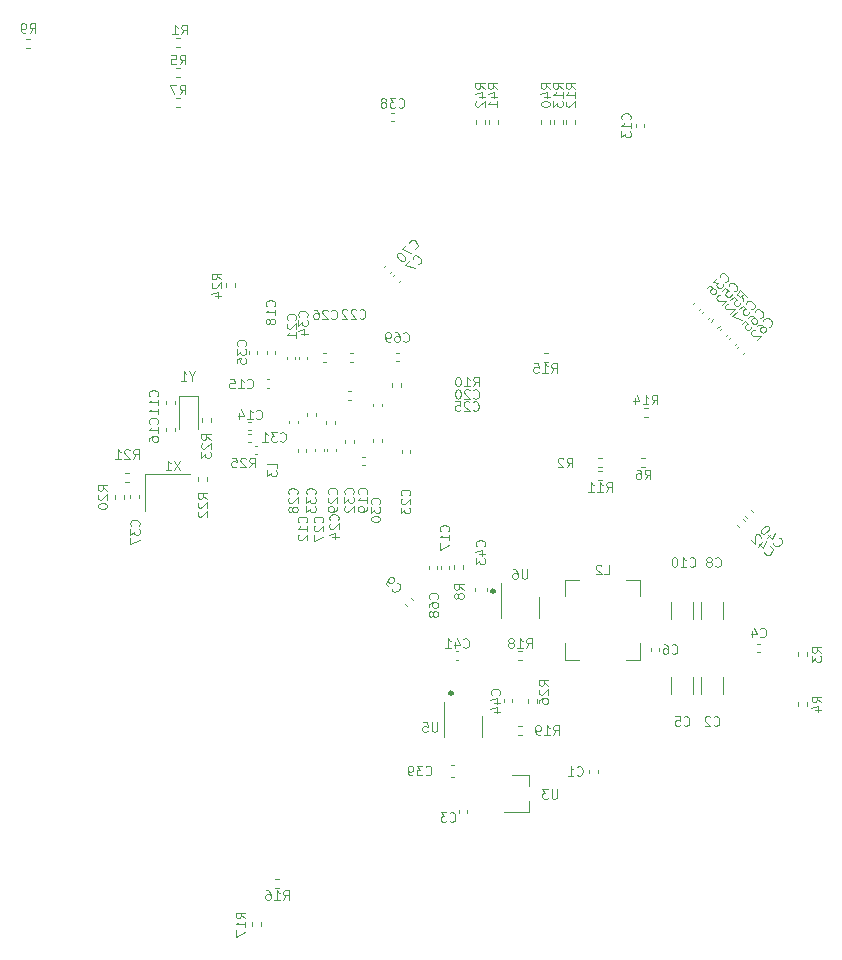
<source format=gbr>
%TF.GenerationSoftware,KiCad,Pcbnew,(5.1.8-0-10_14)*%
%TF.CreationDate,2021-04-08T13:24:54+01:00*%
%TF.ProjectId,STM32MP1_TestBoard_RevB,53544d33-324d-4503-915f-54657374426f,rev?*%
%TF.SameCoordinates,Original*%
%TF.FileFunction,Legend,Bot*%
%TF.FilePolarity,Positive*%
%FSLAX46Y46*%
G04 Gerber Fmt 4.6, Leading zero omitted, Abs format (unit mm)*
G04 Created by KiCad (PCBNEW (5.1.8-0-10_14)) date 2021-04-08 13:24:54*
%MOMM*%
%LPD*%
G01*
G04 APERTURE LIST*
%ADD10C,0.300000*%
%ADD11C,0.120000*%
%ADD12C,0.100000*%
G04 APERTURE END LIST*
D10*
X171818300Y-118237000D02*
G75*
G03*
X171818300Y-118237000I-114300J0D01*
G01*
X168262300Y-126873000D02*
G75*
G03*
X168262300Y-126873000I-114300J0D01*
G01*
D11*
%TO.C,R15*%
X175981379Y-98805000D02*
X176316621Y-98805000D01*
X175981379Y-98045000D02*
X176316621Y-98045000D01*
%TO.C,R4*%
X198246000Y-127594379D02*
X198246000Y-127929621D01*
X197486000Y-127594379D02*
X197486000Y-127929621D01*
%TO.C,R3*%
X198246000Y-123403379D02*
X198246000Y-123738621D01*
X197486000Y-123403379D02*
X197486000Y-123738621D01*
%TO.C,C43*%
X170178000Y-118256267D02*
X170178000Y-117963733D01*
X171198000Y-118256267D02*
X171198000Y-117963733D01*
%TO.C,C39*%
X168421267Y-133987000D02*
X168128733Y-133987000D01*
X168421267Y-132967000D02*
X168128733Y-132967000D01*
%TO.C,C6*%
X185060000Y-123305835D02*
X185060000Y-123074165D01*
X185780000Y-123305835D02*
X185780000Y-123074165D01*
%TO.C,C4*%
X194067165Y-122703000D02*
X194298835Y-122703000D01*
X194067165Y-123423000D02*
X194298835Y-123423000D01*
%TO.C,C3*%
X169524000Y-136790165D02*
X169524000Y-137021835D01*
X168804000Y-136790165D02*
X168804000Y-137021835D01*
%TO.C,C1*%
X180573000Y-133361165D02*
X180573000Y-133592835D01*
X179853000Y-133361165D02*
X179853000Y-133592835D01*
%TO.C,L2*%
X177775000Y-124050000D02*
X177775000Y-122650000D01*
X177775000Y-117250000D02*
X177775000Y-118650000D01*
X177775000Y-124050000D02*
X178975000Y-124050000D01*
X177775000Y-117250000D02*
X178975000Y-117250000D01*
X184175000Y-117250000D02*
X182975000Y-117250000D01*
X184175000Y-117250000D02*
X184175000Y-118650000D01*
X184175000Y-124050000D02*
X184175000Y-122650000D01*
X184175000Y-124050000D02*
X182975000Y-124050000D01*
%TO.C,U6*%
X172380000Y-120534000D02*
X172380000Y-117584000D01*
X175600000Y-118734000D02*
X175600000Y-120534000D01*
%TO.C,U5*%
X167554000Y-130567000D02*
X167554000Y-127617000D01*
X170774000Y-128767000D02*
X170774000Y-130567000D01*
%TO.C,R26*%
X175386000Y-127340379D02*
X175386000Y-127675621D01*
X174626000Y-127340379D02*
X174626000Y-127675621D01*
%TO.C,C44*%
X173334000Y-127392165D02*
X173334000Y-127623835D01*
X172614000Y-127392165D02*
X172614000Y-127623835D01*
%TO.C,C41*%
X168771835Y-124058000D02*
X168540165Y-124058000D01*
X168771835Y-123338000D02*
X168540165Y-123338000D01*
%TO.C,C38*%
X163310835Y-77745000D02*
X163079165Y-77745000D01*
X163310835Y-78465000D02*
X163079165Y-78465000D01*
%TO.C,R25*%
X151753835Y-105939000D02*
X151522165Y-105939000D01*
X151753835Y-106659000D02*
X151522165Y-106659000D01*
%TO.C,C37*%
X140991000Y-110120165D02*
X140991000Y-110351835D01*
X141711000Y-110120165D02*
X141711000Y-110351835D01*
%TO.C,R24*%
X149099000Y-92161379D02*
X149099000Y-92496621D01*
X149859000Y-92161379D02*
X149859000Y-92496621D01*
%TO.C,C11*%
X144759000Y-102350835D02*
X144759000Y-102119165D01*
X144039000Y-102350835D02*
X144039000Y-102119165D01*
%TO.C,C16*%
X144039000Y-104405165D02*
X144039000Y-104636835D01*
X144759000Y-104405165D02*
X144759000Y-104636835D01*
%TO.C,Y1*%
X146723000Y-101677200D02*
X146723000Y-104527200D01*
X145123000Y-101677200D02*
X146723000Y-101677200D01*
X145123000Y-104527200D02*
X145123000Y-101677200D01*
%TO.C,X1*%
X142245000Y-108280000D02*
X146045000Y-108280000D01*
X142245000Y-111430000D02*
X142245000Y-108280000D01*
%TO.C,R23*%
X147827000Y-103591379D02*
X147827000Y-103926621D01*
X147067000Y-103591379D02*
X147067000Y-103926621D01*
%TO.C,R22*%
X146686000Y-108879621D02*
X146686000Y-108544379D01*
X147446000Y-108879621D02*
X147446000Y-108544379D01*
%TO.C,R21*%
X140548379Y-108205000D02*
X140883621Y-108205000D01*
X140548379Y-108965000D02*
X140883621Y-108965000D01*
%TO.C,R20*%
X140461000Y-110068379D02*
X140461000Y-110403621D01*
X139701000Y-110068379D02*
X139701000Y-110403621D01*
%TO.C,R19*%
X174157621Y-129668000D02*
X173822379Y-129668000D01*
X174157621Y-130428000D02*
X173822379Y-130428000D01*
%TO.C,R18*%
X174157621Y-123318000D02*
X173822379Y-123318000D01*
X174157621Y-124078000D02*
X173822379Y-124078000D01*
%TO.C,C57*%
X191429402Y-96655653D02*
X191593217Y-96491838D01*
X190920285Y-96146536D02*
X191084100Y-95982721D01*
%TO.C,C40*%
X193061789Y-111909660D02*
X193225604Y-112073475D01*
X193570906Y-111400543D02*
X193734721Y-111564358D01*
%TO.C,R2*%
X180629579Y-107733100D02*
X180964821Y-107733100D01*
X180629579Y-106973100D02*
X180964821Y-106973100D01*
%TO.C,C62*%
X192902164Y-98128415D02*
X193065979Y-97964600D01*
X192393047Y-97619298D02*
X192556862Y-97455483D01*
%TO.C,R11*%
X180964821Y-108039900D02*
X180629579Y-108039900D01*
X180964821Y-108799900D02*
X180629579Y-108799900D01*
%TO.C,R14*%
X184838321Y-102693200D02*
X184503079Y-102693200D01*
X184838321Y-103453200D02*
X184503079Y-103453200D01*
%TO.C,C36*%
X189148417Y-94410589D02*
X189312232Y-94246774D01*
X188639300Y-93901472D02*
X188803115Y-93737657D01*
%TO.C,C52*%
X189920719Y-95182891D02*
X190084534Y-95019076D01*
X189411602Y-94673774D02*
X189575417Y-94509959D01*
%TO.C,C42*%
X192343369Y-112628081D02*
X192507184Y-112791896D01*
X192852486Y-112118964D02*
X193016301Y-112282779D01*
%TO.C,R6*%
X184261779Y-107745800D02*
X184597021Y-107745800D01*
X184261779Y-106985800D02*
X184597021Y-106985800D01*
%TO.C,C65*%
X192165783Y-97392034D02*
X192329598Y-97228219D01*
X191656666Y-96882917D02*
X191820481Y-96719102D01*
%TO.C,R52*%
X190652584Y-95987994D02*
X190889636Y-95750942D01*
X190115182Y-95450592D02*
X190352234Y-95213540D01*
%TO.C,R17*%
X151258000Y-146598621D02*
X151258000Y-146263379D01*
X152018000Y-146598621D02*
X152018000Y-146263379D01*
%TO.C,R16*%
X153583621Y-143382000D02*
X153248379Y-143382000D01*
X153583621Y-142622000D02*
X153248379Y-142622000D01*
%TO.C,C69*%
X163523665Y-98785000D02*
X163755335Y-98785000D01*
X163523665Y-98065000D02*
X163755335Y-98065000D01*
%TO.C,C70*%
X162641349Y-90659034D02*
X162477534Y-90822849D01*
X163150466Y-91168151D02*
X162986651Y-91331966D01*
%TO.C,C33*%
X156697000Y-103392235D02*
X156697000Y-103160565D01*
X155977000Y-103392235D02*
X155977000Y-103160565D01*
%TO.C,C32*%
X159177400Y-105446565D02*
X159177400Y-105678235D01*
X159897400Y-105446565D02*
X159897400Y-105678235D01*
%TO.C,C31*%
X151195035Y-104897600D02*
X150963365Y-104897600D01*
X151195035Y-105617600D02*
X150963365Y-105617600D01*
%TO.C,C34*%
X155960400Y-98617035D02*
X155960400Y-98385365D01*
X155240400Y-98617035D02*
X155240400Y-98385365D01*
%TO.C,C68*%
X166264000Y-116089165D02*
X166264000Y-116320835D01*
X166984000Y-116089165D02*
X166984000Y-116320835D01*
%TO.C,C12*%
X155884200Y-106414835D02*
X155884200Y-106183165D01*
X155164200Y-106414835D02*
X155164200Y-106183165D01*
%TO.C,C9*%
X164928466Y-118953349D02*
X164764651Y-118789534D01*
X164419349Y-119462466D02*
X164255534Y-119298651D01*
%TO.C,C7*%
X163403349Y-91421034D02*
X163239534Y-91584849D01*
X163912466Y-91930151D02*
X163748651Y-92093966D01*
%TO.C,C35*%
X151744000Y-98159835D02*
X151744000Y-97928165D01*
X151024000Y-98159835D02*
X151024000Y-97928165D01*
%TO.C,C30*%
X162285000Y-105576635D02*
X162285000Y-105344965D01*
X161565000Y-105576635D02*
X161565000Y-105344965D01*
%TO.C,C29*%
X157577200Y-103846365D02*
X157577200Y-104078035D01*
X158297200Y-103846365D02*
X158297200Y-104078035D01*
%TO.C,C28*%
X155147600Y-104027235D02*
X155147600Y-103795565D01*
X154427600Y-104027235D02*
X154427600Y-103795565D01*
%TO.C,C27*%
X156662800Y-106157765D02*
X156662800Y-106389435D01*
X157382800Y-106157765D02*
X157382800Y-106389435D01*
%TO.C,C26*%
X157338765Y-98810400D02*
X157570435Y-98810400D01*
X157338765Y-98090400D02*
X157570435Y-98090400D01*
%TO.C,C25*%
X161565000Y-102347765D02*
X161565000Y-102579435D01*
X162285000Y-102347765D02*
X162285000Y-102579435D01*
%TO.C,C24*%
X157678800Y-106157765D02*
X157678800Y-106389435D01*
X158398800Y-106157765D02*
X158398800Y-106389435D01*
%TO.C,C23*%
X163978000Y-106284765D02*
X163978000Y-106516435D01*
X164698000Y-106284765D02*
X164698000Y-106516435D01*
%TO.C,C22*%
X159856435Y-98090400D02*
X159624765Y-98090400D01*
X159856435Y-98810400D02*
X159624765Y-98810400D01*
%TO.C,C21*%
X154969800Y-98617035D02*
X154969800Y-98385365D01*
X154249800Y-98617035D02*
X154249800Y-98385365D01*
%TO.C,C20*%
X159653235Y-101290800D02*
X159421565Y-101290800D01*
X159653235Y-102010800D02*
X159421565Y-102010800D01*
%TO.C,C19*%
X160847035Y-106853400D02*
X160615365Y-106853400D01*
X160847035Y-107573400D02*
X160615365Y-107573400D01*
%TO.C,C18*%
X153268000Y-98159835D02*
X153268000Y-97928165D01*
X152548000Y-98159835D02*
X152548000Y-97928165D01*
%TO.C,C17*%
X167280000Y-116089165D02*
X167280000Y-116320835D01*
X168000000Y-116089165D02*
X168000000Y-116320835D01*
%TO.C,C14*%
X150963365Y-104627000D02*
X151195035Y-104627000D01*
X150963365Y-103907000D02*
X151195035Y-103907000D01*
%TO.C,R42*%
X171029900Y-78318379D02*
X171029900Y-78653621D01*
X170269900Y-78318379D02*
X170269900Y-78653621D01*
%TO.C,R41*%
X172096700Y-78318379D02*
X172096700Y-78653621D01*
X171336700Y-78318379D02*
X171336700Y-78653621D01*
%TO.C,R40*%
X176490900Y-78318379D02*
X176490900Y-78653621D01*
X175730900Y-78318379D02*
X175730900Y-78653621D01*
%TO.C,R13*%
X177583100Y-78318379D02*
X177583100Y-78653621D01*
X176823100Y-78318379D02*
X176823100Y-78653621D01*
%TO.C,R12*%
X178675300Y-78318379D02*
X178675300Y-78653621D01*
X177915300Y-78318379D02*
X177915300Y-78653621D01*
%TO.C,C5*%
X186796000Y-126949252D02*
X186796000Y-125526748D01*
X188616000Y-126949252D02*
X188616000Y-125526748D01*
%TO.C,U3*%
X174750000Y-133802000D02*
X173290000Y-133802000D01*
X174750000Y-136962000D02*
X172590000Y-136962000D01*
X174750000Y-136962000D02*
X174750000Y-136032000D01*
X174750000Y-133802000D02*
X174750000Y-134732000D01*
%TO.C,R10*%
X163930600Y-100644979D02*
X163930600Y-100980221D01*
X163170600Y-100644979D02*
X163170600Y-100980221D01*
%TO.C,R9*%
X132166379Y-71502000D02*
X132501621Y-71502000D01*
X132166379Y-72262000D02*
X132501621Y-72262000D01*
%TO.C,R8*%
X168403000Y-116372621D02*
X168403000Y-116037379D01*
X169163000Y-116372621D02*
X169163000Y-116037379D01*
%TO.C,R7*%
X145201621Y-77215000D02*
X144866379Y-77215000D01*
X145201621Y-76455000D02*
X144866379Y-76455000D01*
%TO.C,R5*%
X145201621Y-74675000D02*
X144866379Y-74675000D01*
X145201621Y-73915000D02*
X144866379Y-73915000D01*
%TO.C,R1*%
X145201621Y-72135000D02*
X144866379Y-72135000D01*
X145201621Y-71375000D02*
X144866379Y-71375000D01*
%TO.C,C15*%
X152769835Y-101007500D02*
X152538165Y-101007500D01*
X152769835Y-100287500D02*
X152538165Y-100287500D01*
%TO.C,C13*%
X183790000Y-78919335D02*
X183790000Y-78687665D01*
X184510000Y-78919335D02*
X184510000Y-78687665D01*
%TO.C,C10*%
X188616000Y-119176748D02*
X188616000Y-120599252D01*
X186796000Y-119176748D02*
X186796000Y-120599252D01*
%TO.C,C8*%
X191156000Y-119176748D02*
X191156000Y-120599252D01*
X189336000Y-119176748D02*
X189336000Y-120599252D01*
%TO.C,C2*%
X189336000Y-126949252D02*
X189336000Y-125526748D01*
X191156000Y-126949252D02*
X191156000Y-125526748D01*
%TO.C,R15*%
D12*
X176637885Y-99752104D02*
X176904552Y-99371152D01*
X177095028Y-99752104D02*
X177095028Y-98952104D01*
X176790266Y-98952104D01*
X176714076Y-98990200D01*
X176675980Y-99028295D01*
X176637885Y-99104485D01*
X176637885Y-99218771D01*
X176675980Y-99294961D01*
X176714076Y-99333057D01*
X176790266Y-99371152D01*
X177095028Y-99371152D01*
X175875980Y-99752104D02*
X176333123Y-99752104D01*
X176104552Y-99752104D02*
X176104552Y-98952104D01*
X176180742Y-99066390D01*
X176256933Y-99142580D01*
X176333123Y-99180676D01*
X175152171Y-98952104D02*
X175533123Y-98952104D01*
X175571219Y-99333057D01*
X175533123Y-99294961D01*
X175456933Y-99256866D01*
X175266457Y-99256866D01*
X175190266Y-99294961D01*
X175152171Y-99333057D01*
X175114076Y-99409247D01*
X175114076Y-99599723D01*
X175152171Y-99675914D01*
X175190266Y-99714009D01*
X175266457Y-99752104D01*
X175456933Y-99752104D01*
X175533123Y-99714009D01*
X175571219Y-99675914D01*
%TO.C,R4*%
X199497904Y-127628666D02*
X199116952Y-127362000D01*
X199497904Y-127171523D02*
X198697904Y-127171523D01*
X198697904Y-127476285D01*
X198736000Y-127552476D01*
X198774095Y-127590571D01*
X198850285Y-127628666D01*
X198964571Y-127628666D01*
X199040761Y-127590571D01*
X199078857Y-127552476D01*
X199116952Y-127476285D01*
X199116952Y-127171523D01*
X198964571Y-128314380D02*
X199497904Y-128314380D01*
X198659809Y-128123904D02*
X199231238Y-127933428D01*
X199231238Y-128428666D01*
%TO.C,R3*%
X199497904Y-123437666D02*
X199116952Y-123171000D01*
X199497904Y-122980523D02*
X198697904Y-122980523D01*
X198697904Y-123285285D01*
X198736000Y-123361476D01*
X198774095Y-123399571D01*
X198850285Y-123437666D01*
X198964571Y-123437666D01*
X199040761Y-123399571D01*
X199078857Y-123361476D01*
X199116952Y-123285285D01*
X199116952Y-122980523D01*
X198697904Y-123704333D02*
X198697904Y-124199571D01*
X199002666Y-123932904D01*
X199002666Y-124047190D01*
X199040761Y-124123380D01*
X199078857Y-124161476D01*
X199155047Y-124199571D01*
X199345523Y-124199571D01*
X199421714Y-124161476D01*
X199459809Y-124123380D01*
X199497904Y-124047190D01*
X199497904Y-123818619D01*
X199459809Y-123742428D01*
X199421714Y-123704333D01*
%TO.C,C43*%
X170973714Y-114420714D02*
X171011809Y-114382619D01*
X171049904Y-114268333D01*
X171049904Y-114192142D01*
X171011809Y-114077857D01*
X170935619Y-114001666D01*
X170859428Y-113963571D01*
X170707047Y-113925476D01*
X170592761Y-113925476D01*
X170440380Y-113963571D01*
X170364190Y-114001666D01*
X170288000Y-114077857D01*
X170249904Y-114192142D01*
X170249904Y-114268333D01*
X170288000Y-114382619D01*
X170326095Y-114420714D01*
X170516571Y-115106428D02*
X171049904Y-115106428D01*
X170211809Y-114915952D02*
X170783238Y-114725476D01*
X170783238Y-115220714D01*
X170249904Y-115449285D02*
X170249904Y-115944523D01*
X170554666Y-115677857D01*
X170554666Y-115792142D01*
X170592761Y-115868333D01*
X170630857Y-115906428D01*
X170707047Y-115944523D01*
X170897523Y-115944523D01*
X170973714Y-115906428D01*
X171011809Y-115868333D01*
X171049904Y-115792142D01*
X171049904Y-115563571D01*
X171011809Y-115487380D01*
X170973714Y-115449285D01*
%TO.C,C39*%
X165995285Y-133762714D02*
X166033380Y-133800809D01*
X166147666Y-133838904D01*
X166223857Y-133838904D01*
X166338142Y-133800809D01*
X166414333Y-133724619D01*
X166452428Y-133648428D01*
X166490523Y-133496047D01*
X166490523Y-133381761D01*
X166452428Y-133229380D01*
X166414333Y-133153190D01*
X166338142Y-133077000D01*
X166223857Y-133038904D01*
X166147666Y-133038904D01*
X166033380Y-133077000D01*
X165995285Y-133115095D01*
X165728619Y-133038904D02*
X165233380Y-133038904D01*
X165500047Y-133343666D01*
X165385761Y-133343666D01*
X165309571Y-133381761D01*
X165271476Y-133419857D01*
X165233380Y-133496047D01*
X165233380Y-133686523D01*
X165271476Y-133762714D01*
X165309571Y-133800809D01*
X165385761Y-133838904D01*
X165614333Y-133838904D01*
X165690523Y-133800809D01*
X165728619Y-133762714D01*
X164852428Y-133838904D02*
X164700047Y-133838904D01*
X164623857Y-133800809D01*
X164585761Y-133762714D01*
X164509571Y-133648428D01*
X164471476Y-133496047D01*
X164471476Y-133191285D01*
X164509571Y-133115095D01*
X164547666Y-133077000D01*
X164623857Y-133038904D01*
X164776238Y-133038904D01*
X164852428Y-133077000D01*
X164890523Y-133115095D01*
X164928619Y-133191285D01*
X164928619Y-133381761D01*
X164890523Y-133457952D01*
X164852428Y-133496047D01*
X164776238Y-133534142D01*
X164623857Y-133534142D01*
X164547666Y-133496047D01*
X164509571Y-133457952D01*
X164471476Y-133381761D01*
%TO.C,C6*%
X186823333Y-123475714D02*
X186861428Y-123513809D01*
X186975714Y-123551904D01*
X187051904Y-123551904D01*
X187166190Y-123513809D01*
X187242380Y-123437619D01*
X187280476Y-123361428D01*
X187318571Y-123209047D01*
X187318571Y-123094761D01*
X187280476Y-122942380D01*
X187242380Y-122866190D01*
X187166190Y-122790000D01*
X187051904Y-122751904D01*
X186975714Y-122751904D01*
X186861428Y-122790000D01*
X186823333Y-122828095D01*
X186137619Y-122751904D02*
X186290000Y-122751904D01*
X186366190Y-122790000D01*
X186404285Y-122828095D01*
X186480476Y-122942380D01*
X186518571Y-123094761D01*
X186518571Y-123399523D01*
X186480476Y-123475714D01*
X186442380Y-123513809D01*
X186366190Y-123551904D01*
X186213809Y-123551904D01*
X186137619Y-123513809D01*
X186099523Y-123475714D01*
X186061428Y-123399523D01*
X186061428Y-123209047D01*
X186099523Y-123132857D01*
X186137619Y-123094761D01*
X186213809Y-123056666D01*
X186366190Y-123056666D01*
X186442380Y-123094761D01*
X186480476Y-123132857D01*
X186518571Y-123209047D01*
%TO.C,C4*%
X194316333Y-122078714D02*
X194354428Y-122116809D01*
X194468714Y-122154904D01*
X194544904Y-122154904D01*
X194659190Y-122116809D01*
X194735380Y-122040619D01*
X194773476Y-121964428D01*
X194811571Y-121812047D01*
X194811571Y-121697761D01*
X194773476Y-121545380D01*
X194735380Y-121469190D01*
X194659190Y-121393000D01*
X194544904Y-121354904D01*
X194468714Y-121354904D01*
X194354428Y-121393000D01*
X194316333Y-121431095D01*
X193630619Y-121621571D02*
X193630619Y-122154904D01*
X193821095Y-121316809D02*
X194011571Y-121888238D01*
X193516333Y-121888238D01*
%TO.C,C3*%
X168027333Y-137699714D02*
X168065428Y-137737809D01*
X168179714Y-137775904D01*
X168255904Y-137775904D01*
X168370190Y-137737809D01*
X168446380Y-137661619D01*
X168484476Y-137585428D01*
X168522571Y-137433047D01*
X168522571Y-137318761D01*
X168484476Y-137166380D01*
X168446380Y-137090190D01*
X168370190Y-137014000D01*
X168255904Y-136975904D01*
X168179714Y-136975904D01*
X168065428Y-137014000D01*
X168027333Y-137052095D01*
X167760666Y-136975904D02*
X167265428Y-136975904D01*
X167532095Y-137280666D01*
X167417809Y-137280666D01*
X167341619Y-137318761D01*
X167303523Y-137356857D01*
X167265428Y-137433047D01*
X167265428Y-137623523D01*
X167303523Y-137699714D01*
X167341619Y-137737809D01*
X167417809Y-137775904D01*
X167646380Y-137775904D01*
X167722571Y-137737809D01*
X167760666Y-137699714D01*
%TO.C,C1*%
X178796933Y-133788114D02*
X178835028Y-133826209D01*
X178949314Y-133864304D01*
X179025504Y-133864304D01*
X179139790Y-133826209D01*
X179215980Y-133750019D01*
X179254076Y-133673828D01*
X179292171Y-133521447D01*
X179292171Y-133407161D01*
X179254076Y-133254780D01*
X179215980Y-133178590D01*
X179139790Y-133102400D01*
X179025504Y-133064304D01*
X178949314Y-133064304D01*
X178835028Y-133102400D01*
X178796933Y-133140495D01*
X178035028Y-133864304D02*
X178492171Y-133864304D01*
X178263600Y-133864304D02*
X178263600Y-133064304D01*
X178339790Y-133178590D01*
X178415980Y-133254780D01*
X178492171Y-133292876D01*
%TO.C,L2*%
X181108333Y-116820904D02*
X181489285Y-116820904D01*
X181489285Y-116020904D01*
X180879761Y-116097095D02*
X180841666Y-116059000D01*
X180765476Y-116020904D01*
X180575000Y-116020904D01*
X180498809Y-116059000D01*
X180460714Y-116097095D01*
X180422619Y-116173285D01*
X180422619Y-116249476D01*
X180460714Y-116363761D01*
X180917857Y-116820904D01*
X180422619Y-116820904D01*
%TO.C,U6*%
X174599523Y-116401904D02*
X174599523Y-117049523D01*
X174561428Y-117125714D01*
X174523333Y-117163809D01*
X174447142Y-117201904D01*
X174294761Y-117201904D01*
X174218571Y-117163809D01*
X174180476Y-117125714D01*
X174142380Y-117049523D01*
X174142380Y-116401904D01*
X173418571Y-116401904D02*
X173570952Y-116401904D01*
X173647142Y-116440000D01*
X173685238Y-116478095D01*
X173761428Y-116592380D01*
X173799523Y-116744761D01*
X173799523Y-117049523D01*
X173761428Y-117125714D01*
X173723333Y-117163809D01*
X173647142Y-117201904D01*
X173494761Y-117201904D01*
X173418571Y-117163809D01*
X173380476Y-117125714D01*
X173342380Y-117049523D01*
X173342380Y-116859047D01*
X173380476Y-116782857D01*
X173418571Y-116744761D01*
X173494761Y-116706666D01*
X173647142Y-116706666D01*
X173723333Y-116744761D01*
X173761428Y-116782857D01*
X173799523Y-116859047D01*
%TO.C,U5*%
X166979523Y-129355904D02*
X166979523Y-130003523D01*
X166941428Y-130079714D01*
X166903333Y-130117809D01*
X166827142Y-130155904D01*
X166674761Y-130155904D01*
X166598571Y-130117809D01*
X166560476Y-130079714D01*
X166522380Y-130003523D01*
X166522380Y-129355904D01*
X165760476Y-129355904D02*
X166141428Y-129355904D01*
X166179523Y-129736857D01*
X166141428Y-129698761D01*
X166065238Y-129660666D01*
X165874761Y-129660666D01*
X165798571Y-129698761D01*
X165760476Y-129736857D01*
X165722380Y-129813047D01*
X165722380Y-130003523D01*
X165760476Y-130079714D01*
X165798571Y-130117809D01*
X165874761Y-130155904D01*
X166065238Y-130155904D01*
X166141428Y-130117809D01*
X166179523Y-130079714D01*
%TO.C,R26*%
X176383904Y-126231714D02*
X176002952Y-125965047D01*
X176383904Y-125774571D02*
X175583904Y-125774571D01*
X175583904Y-126079333D01*
X175622000Y-126155523D01*
X175660095Y-126193619D01*
X175736285Y-126231714D01*
X175850571Y-126231714D01*
X175926761Y-126193619D01*
X175964857Y-126155523D01*
X176002952Y-126079333D01*
X176002952Y-125774571D01*
X175660095Y-126536476D02*
X175622000Y-126574571D01*
X175583904Y-126650761D01*
X175583904Y-126841238D01*
X175622000Y-126917428D01*
X175660095Y-126955523D01*
X175736285Y-126993619D01*
X175812476Y-126993619D01*
X175926761Y-126955523D01*
X176383904Y-126498380D01*
X176383904Y-126993619D01*
X175583904Y-127679333D02*
X175583904Y-127526952D01*
X175622000Y-127450761D01*
X175660095Y-127412666D01*
X175774380Y-127336476D01*
X175926761Y-127298380D01*
X176231523Y-127298380D01*
X176307714Y-127336476D01*
X176345809Y-127374571D01*
X176383904Y-127450761D01*
X176383904Y-127603142D01*
X176345809Y-127679333D01*
X176307714Y-127717428D01*
X176231523Y-127755523D01*
X176041047Y-127755523D01*
X175964857Y-127717428D01*
X175926761Y-127679333D01*
X175888666Y-127603142D01*
X175888666Y-127450761D01*
X175926761Y-127374571D01*
X175964857Y-127336476D01*
X176041047Y-127298380D01*
%TO.C,C44*%
X172243714Y-126993714D02*
X172281809Y-126955619D01*
X172319904Y-126841333D01*
X172319904Y-126765142D01*
X172281809Y-126650857D01*
X172205619Y-126574666D01*
X172129428Y-126536571D01*
X171977047Y-126498476D01*
X171862761Y-126498476D01*
X171710380Y-126536571D01*
X171634190Y-126574666D01*
X171558000Y-126650857D01*
X171519904Y-126765142D01*
X171519904Y-126841333D01*
X171558000Y-126955619D01*
X171596095Y-126993714D01*
X171786571Y-127679428D02*
X172319904Y-127679428D01*
X171481809Y-127488952D02*
X172053238Y-127298476D01*
X172053238Y-127793714D01*
X171786571Y-128441333D02*
X172319904Y-128441333D01*
X171481809Y-128250857D02*
X172053238Y-128060380D01*
X172053238Y-128555619D01*
%TO.C,C41*%
X169170285Y-122967714D02*
X169208380Y-123005809D01*
X169322666Y-123043904D01*
X169398857Y-123043904D01*
X169513142Y-123005809D01*
X169589333Y-122929619D01*
X169627428Y-122853428D01*
X169665523Y-122701047D01*
X169665523Y-122586761D01*
X169627428Y-122434380D01*
X169589333Y-122358190D01*
X169513142Y-122282000D01*
X169398857Y-122243904D01*
X169322666Y-122243904D01*
X169208380Y-122282000D01*
X169170285Y-122320095D01*
X168484571Y-122510571D02*
X168484571Y-123043904D01*
X168675047Y-122205809D02*
X168865523Y-122777238D01*
X168370285Y-122777238D01*
X167646476Y-123043904D02*
X168103619Y-123043904D01*
X167875047Y-123043904D02*
X167875047Y-122243904D01*
X167951238Y-122358190D01*
X168027428Y-122434380D01*
X168103619Y-122472476D01*
%TO.C,C38*%
X163709285Y-77230714D02*
X163747380Y-77268809D01*
X163861666Y-77306904D01*
X163937857Y-77306904D01*
X164052142Y-77268809D01*
X164128333Y-77192619D01*
X164166428Y-77116428D01*
X164204523Y-76964047D01*
X164204523Y-76849761D01*
X164166428Y-76697380D01*
X164128333Y-76621190D01*
X164052142Y-76545000D01*
X163937857Y-76506904D01*
X163861666Y-76506904D01*
X163747380Y-76545000D01*
X163709285Y-76583095D01*
X163442619Y-76506904D02*
X162947380Y-76506904D01*
X163214047Y-76811666D01*
X163099761Y-76811666D01*
X163023571Y-76849761D01*
X162985476Y-76887857D01*
X162947380Y-76964047D01*
X162947380Y-77154523D01*
X162985476Y-77230714D01*
X163023571Y-77268809D01*
X163099761Y-77306904D01*
X163328333Y-77306904D01*
X163404523Y-77268809D01*
X163442619Y-77230714D01*
X162490238Y-76849761D02*
X162566428Y-76811666D01*
X162604523Y-76773571D01*
X162642619Y-76697380D01*
X162642619Y-76659285D01*
X162604523Y-76583095D01*
X162566428Y-76545000D01*
X162490238Y-76506904D01*
X162337857Y-76506904D01*
X162261666Y-76545000D01*
X162223571Y-76583095D01*
X162185476Y-76659285D01*
X162185476Y-76697380D01*
X162223571Y-76773571D01*
X162261666Y-76811666D01*
X162337857Y-76849761D01*
X162490238Y-76849761D01*
X162566428Y-76887857D01*
X162604523Y-76925952D01*
X162642619Y-77002142D01*
X162642619Y-77154523D01*
X162604523Y-77230714D01*
X162566428Y-77268809D01*
X162490238Y-77306904D01*
X162337857Y-77306904D01*
X162261666Y-77268809D01*
X162223571Y-77230714D01*
X162185476Y-77154523D01*
X162185476Y-77002142D01*
X162223571Y-76925952D01*
X162261666Y-76887857D01*
X162337857Y-76849761D01*
%TO.C,R25*%
X151072785Y-107740404D02*
X151339452Y-107359452D01*
X151529928Y-107740404D02*
X151529928Y-106940404D01*
X151225166Y-106940404D01*
X151148976Y-106978500D01*
X151110880Y-107016595D01*
X151072785Y-107092785D01*
X151072785Y-107207071D01*
X151110880Y-107283261D01*
X151148976Y-107321357D01*
X151225166Y-107359452D01*
X151529928Y-107359452D01*
X150768023Y-107016595D02*
X150729928Y-106978500D01*
X150653738Y-106940404D01*
X150463261Y-106940404D01*
X150387071Y-106978500D01*
X150348976Y-107016595D01*
X150310880Y-107092785D01*
X150310880Y-107168976D01*
X150348976Y-107283261D01*
X150806119Y-107740404D01*
X150310880Y-107740404D01*
X149587071Y-106940404D02*
X149968023Y-106940404D01*
X150006119Y-107321357D01*
X149968023Y-107283261D01*
X149891833Y-107245166D01*
X149701357Y-107245166D01*
X149625166Y-107283261D01*
X149587071Y-107321357D01*
X149548976Y-107397547D01*
X149548976Y-107588023D01*
X149587071Y-107664214D01*
X149625166Y-107702309D01*
X149701357Y-107740404D01*
X149891833Y-107740404D01*
X149968023Y-107702309D01*
X150006119Y-107664214D01*
%TO.C,C37*%
X141700214Y-112706214D02*
X141738309Y-112668119D01*
X141776404Y-112553833D01*
X141776404Y-112477642D01*
X141738309Y-112363357D01*
X141662119Y-112287166D01*
X141585928Y-112249071D01*
X141433547Y-112210976D01*
X141319261Y-112210976D01*
X141166880Y-112249071D01*
X141090690Y-112287166D01*
X141014500Y-112363357D01*
X140976404Y-112477642D01*
X140976404Y-112553833D01*
X141014500Y-112668119D01*
X141052595Y-112706214D01*
X140976404Y-112972880D02*
X140976404Y-113468119D01*
X141281166Y-113201452D01*
X141281166Y-113315738D01*
X141319261Y-113391928D01*
X141357357Y-113430023D01*
X141433547Y-113468119D01*
X141624023Y-113468119D01*
X141700214Y-113430023D01*
X141738309Y-113391928D01*
X141776404Y-113315738D01*
X141776404Y-113087166D01*
X141738309Y-113010976D01*
X141700214Y-112972880D01*
X140976404Y-113734785D02*
X140976404Y-114268119D01*
X141776404Y-113925261D01*
%TO.C,R24*%
X148670904Y-91814714D02*
X148289952Y-91548047D01*
X148670904Y-91357571D02*
X147870904Y-91357571D01*
X147870904Y-91662333D01*
X147909000Y-91738523D01*
X147947095Y-91776619D01*
X148023285Y-91814714D01*
X148137571Y-91814714D01*
X148213761Y-91776619D01*
X148251857Y-91738523D01*
X148289952Y-91662333D01*
X148289952Y-91357571D01*
X147947095Y-92119476D02*
X147909000Y-92157571D01*
X147870904Y-92233761D01*
X147870904Y-92424238D01*
X147909000Y-92500428D01*
X147947095Y-92538523D01*
X148023285Y-92576619D01*
X148099476Y-92576619D01*
X148213761Y-92538523D01*
X148670904Y-92081380D01*
X148670904Y-92576619D01*
X148137571Y-93262333D02*
X148670904Y-93262333D01*
X147832809Y-93071857D02*
X148404238Y-92881380D01*
X148404238Y-93376619D01*
%TO.C,C11*%
X143287714Y-101720714D02*
X143325809Y-101682619D01*
X143363904Y-101568333D01*
X143363904Y-101492142D01*
X143325809Y-101377857D01*
X143249619Y-101301666D01*
X143173428Y-101263571D01*
X143021047Y-101225476D01*
X142906761Y-101225476D01*
X142754380Y-101263571D01*
X142678190Y-101301666D01*
X142602000Y-101377857D01*
X142563904Y-101492142D01*
X142563904Y-101568333D01*
X142602000Y-101682619D01*
X142640095Y-101720714D01*
X143363904Y-102482619D02*
X143363904Y-102025476D01*
X143363904Y-102254047D02*
X142563904Y-102254047D01*
X142678190Y-102177857D01*
X142754380Y-102101666D01*
X142792476Y-102025476D01*
X143363904Y-103244523D02*
X143363904Y-102787380D01*
X143363904Y-103015952D02*
X142563904Y-103015952D01*
X142678190Y-102939761D01*
X142754380Y-102863571D01*
X142792476Y-102787380D01*
%TO.C,C16*%
X143287714Y-104070214D02*
X143325809Y-104032119D01*
X143363904Y-103917833D01*
X143363904Y-103841642D01*
X143325809Y-103727357D01*
X143249619Y-103651166D01*
X143173428Y-103613071D01*
X143021047Y-103574976D01*
X142906761Y-103574976D01*
X142754380Y-103613071D01*
X142678190Y-103651166D01*
X142602000Y-103727357D01*
X142563904Y-103841642D01*
X142563904Y-103917833D01*
X142602000Y-104032119D01*
X142640095Y-104070214D01*
X143363904Y-104832119D02*
X143363904Y-104374976D01*
X143363904Y-104603547D02*
X142563904Y-104603547D01*
X142678190Y-104527357D01*
X142754380Y-104451166D01*
X142792476Y-104374976D01*
X142563904Y-105517833D02*
X142563904Y-105365452D01*
X142602000Y-105289261D01*
X142640095Y-105251166D01*
X142754380Y-105174976D01*
X142906761Y-105136880D01*
X143211523Y-105136880D01*
X143287714Y-105174976D01*
X143325809Y-105213071D01*
X143363904Y-105289261D01*
X143363904Y-105441642D01*
X143325809Y-105517833D01*
X143287714Y-105555928D01*
X143211523Y-105594023D01*
X143021047Y-105594023D01*
X142944857Y-105555928D01*
X142906761Y-105517833D01*
X142868666Y-105441642D01*
X142868666Y-105289261D01*
X142906761Y-105213071D01*
X142944857Y-105174976D01*
X143021047Y-105136880D01*
%TO.C,Y1*%
X146240452Y-100056952D02*
X146240452Y-100437904D01*
X146507119Y-99637904D02*
X146240452Y-100056952D01*
X145973785Y-99637904D01*
X145288071Y-100437904D02*
X145745214Y-100437904D01*
X145516642Y-100437904D02*
X145516642Y-99637904D01*
X145592833Y-99752190D01*
X145669023Y-99828380D01*
X145745214Y-99866476D01*
%TO.C,X1*%
X145237119Y-107194404D02*
X144703785Y-107994404D01*
X144703785Y-107194404D02*
X145237119Y-107994404D01*
X143979976Y-107994404D02*
X144437119Y-107994404D01*
X144208547Y-107994404D02*
X144208547Y-107194404D01*
X144284738Y-107308690D01*
X144360928Y-107384880D01*
X144437119Y-107422976D01*
%TO.C,R23*%
X147808904Y-105403714D02*
X147427952Y-105137047D01*
X147808904Y-104946571D02*
X147008904Y-104946571D01*
X147008904Y-105251333D01*
X147047000Y-105327523D01*
X147085095Y-105365619D01*
X147161285Y-105403714D01*
X147275571Y-105403714D01*
X147351761Y-105365619D01*
X147389857Y-105327523D01*
X147427952Y-105251333D01*
X147427952Y-104946571D01*
X147085095Y-105708476D02*
X147047000Y-105746571D01*
X147008904Y-105822761D01*
X147008904Y-106013238D01*
X147047000Y-106089428D01*
X147085095Y-106127523D01*
X147161285Y-106165619D01*
X147237476Y-106165619D01*
X147351761Y-106127523D01*
X147808904Y-105670380D01*
X147808904Y-106165619D01*
X147008904Y-106432285D02*
X147008904Y-106927523D01*
X147313666Y-106660857D01*
X147313666Y-106775142D01*
X147351761Y-106851333D01*
X147389857Y-106889428D01*
X147466047Y-106927523D01*
X147656523Y-106927523D01*
X147732714Y-106889428D01*
X147770809Y-106851333D01*
X147808904Y-106775142D01*
X147808904Y-106546571D01*
X147770809Y-106470380D01*
X147732714Y-106432285D01*
%TO.C,R22*%
X147491404Y-110420214D02*
X147110452Y-110153547D01*
X147491404Y-109963071D02*
X146691404Y-109963071D01*
X146691404Y-110267833D01*
X146729500Y-110344023D01*
X146767595Y-110382119D01*
X146843785Y-110420214D01*
X146958071Y-110420214D01*
X147034261Y-110382119D01*
X147072357Y-110344023D01*
X147110452Y-110267833D01*
X147110452Y-109963071D01*
X146767595Y-110724976D02*
X146729500Y-110763071D01*
X146691404Y-110839261D01*
X146691404Y-111029738D01*
X146729500Y-111105928D01*
X146767595Y-111144023D01*
X146843785Y-111182119D01*
X146919976Y-111182119D01*
X147034261Y-111144023D01*
X147491404Y-110686880D01*
X147491404Y-111182119D01*
X146767595Y-111486880D02*
X146729500Y-111524976D01*
X146691404Y-111601166D01*
X146691404Y-111791642D01*
X146729500Y-111867833D01*
X146767595Y-111905928D01*
X146843785Y-111944023D01*
X146919976Y-111944023D01*
X147034261Y-111905928D01*
X147491404Y-111448785D01*
X147491404Y-111944023D01*
%TO.C,R21*%
X141230285Y-107041904D02*
X141496952Y-106660952D01*
X141687428Y-107041904D02*
X141687428Y-106241904D01*
X141382666Y-106241904D01*
X141306476Y-106280000D01*
X141268380Y-106318095D01*
X141230285Y-106394285D01*
X141230285Y-106508571D01*
X141268380Y-106584761D01*
X141306476Y-106622857D01*
X141382666Y-106660952D01*
X141687428Y-106660952D01*
X140925523Y-106318095D02*
X140887428Y-106280000D01*
X140811238Y-106241904D01*
X140620761Y-106241904D01*
X140544571Y-106280000D01*
X140506476Y-106318095D01*
X140468380Y-106394285D01*
X140468380Y-106470476D01*
X140506476Y-106584761D01*
X140963619Y-107041904D01*
X140468380Y-107041904D01*
X139706476Y-107041904D02*
X140163619Y-107041904D01*
X139935047Y-107041904D02*
X139935047Y-106241904D01*
X140011238Y-106356190D01*
X140087428Y-106432380D01*
X140163619Y-106470476D01*
%TO.C,R20*%
X139045904Y-109721714D02*
X138664952Y-109455047D01*
X139045904Y-109264571D02*
X138245904Y-109264571D01*
X138245904Y-109569333D01*
X138284000Y-109645523D01*
X138322095Y-109683619D01*
X138398285Y-109721714D01*
X138512571Y-109721714D01*
X138588761Y-109683619D01*
X138626857Y-109645523D01*
X138664952Y-109569333D01*
X138664952Y-109264571D01*
X138322095Y-110026476D02*
X138284000Y-110064571D01*
X138245904Y-110140761D01*
X138245904Y-110331238D01*
X138284000Y-110407428D01*
X138322095Y-110445523D01*
X138398285Y-110483619D01*
X138474476Y-110483619D01*
X138588761Y-110445523D01*
X139045904Y-109988380D01*
X139045904Y-110483619D01*
X138245904Y-110978857D02*
X138245904Y-111055047D01*
X138284000Y-111131238D01*
X138322095Y-111169333D01*
X138398285Y-111207428D01*
X138550666Y-111245523D01*
X138741142Y-111245523D01*
X138893523Y-111207428D01*
X138969714Y-111169333D01*
X139007809Y-111131238D01*
X139045904Y-111055047D01*
X139045904Y-110978857D01*
X139007809Y-110902666D01*
X138969714Y-110864571D01*
X138893523Y-110826476D01*
X138741142Y-110788380D01*
X138550666Y-110788380D01*
X138398285Y-110826476D01*
X138322095Y-110864571D01*
X138284000Y-110902666D01*
X138245904Y-110978857D01*
%TO.C,R19*%
X176790285Y-130409904D02*
X177056952Y-130028952D01*
X177247428Y-130409904D02*
X177247428Y-129609904D01*
X176942666Y-129609904D01*
X176866476Y-129648000D01*
X176828380Y-129686095D01*
X176790285Y-129762285D01*
X176790285Y-129876571D01*
X176828380Y-129952761D01*
X176866476Y-129990857D01*
X176942666Y-130028952D01*
X177247428Y-130028952D01*
X176028380Y-130409904D02*
X176485523Y-130409904D01*
X176256952Y-130409904D02*
X176256952Y-129609904D01*
X176333142Y-129724190D01*
X176409333Y-129800380D01*
X176485523Y-129838476D01*
X175647428Y-130409904D02*
X175495047Y-130409904D01*
X175418857Y-130371809D01*
X175380761Y-130333714D01*
X175304571Y-130219428D01*
X175266476Y-130067047D01*
X175266476Y-129762285D01*
X175304571Y-129686095D01*
X175342666Y-129648000D01*
X175418857Y-129609904D01*
X175571238Y-129609904D01*
X175647428Y-129648000D01*
X175685523Y-129686095D01*
X175723619Y-129762285D01*
X175723619Y-129952761D01*
X175685523Y-130028952D01*
X175647428Y-130067047D01*
X175571238Y-130105142D01*
X175418857Y-130105142D01*
X175342666Y-130067047D01*
X175304571Y-130028952D01*
X175266476Y-129952761D01*
%TO.C,R18*%
X174504285Y-123043904D02*
X174770952Y-122662952D01*
X174961428Y-123043904D02*
X174961428Y-122243904D01*
X174656666Y-122243904D01*
X174580476Y-122282000D01*
X174542380Y-122320095D01*
X174504285Y-122396285D01*
X174504285Y-122510571D01*
X174542380Y-122586761D01*
X174580476Y-122624857D01*
X174656666Y-122662952D01*
X174961428Y-122662952D01*
X173742380Y-123043904D02*
X174199523Y-123043904D01*
X173970952Y-123043904D02*
X173970952Y-122243904D01*
X174047142Y-122358190D01*
X174123333Y-122434380D01*
X174199523Y-122472476D01*
X173285238Y-122586761D02*
X173361428Y-122548666D01*
X173399523Y-122510571D01*
X173437619Y-122434380D01*
X173437619Y-122396285D01*
X173399523Y-122320095D01*
X173361428Y-122282000D01*
X173285238Y-122243904D01*
X173132857Y-122243904D01*
X173056666Y-122282000D01*
X173018571Y-122320095D01*
X172980476Y-122396285D01*
X172980476Y-122434380D01*
X173018571Y-122510571D01*
X173056666Y-122548666D01*
X173132857Y-122586761D01*
X173285238Y-122586761D01*
X173361428Y-122624857D01*
X173399523Y-122662952D01*
X173437619Y-122739142D01*
X173437619Y-122891523D01*
X173399523Y-122967714D01*
X173361428Y-123005809D01*
X173285238Y-123043904D01*
X173132857Y-123043904D01*
X173056666Y-123005809D01*
X173018571Y-122967714D01*
X172980476Y-122891523D01*
X172980476Y-122739142D01*
X173018571Y-122662952D01*
X173056666Y-122624857D01*
X173132857Y-122586761D01*
%TO.C,C57*%
X193583469Y-94358429D02*
X193637344Y-94358429D01*
X193745093Y-94304554D01*
X193798968Y-94250679D01*
X193852843Y-94142930D01*
X193852843Y-94035180D01*
X193825906Y-93954368D01*
X193745093Y-93819681D01*
X193664281Y-93738869D01*
X193529594Y-93658057D01*
X193448782Y-93631119D01*
X193341032Y-93631119D01*
X193233283Y-93684994D01*
X193179408Y-93738869D01*
X193125533Y-93846618D01*
X193125533Y-93900493D01*
X192559848Y-94358429D02*
X192829222Y-94089055D01*
X193125533Y-94331492D01*
X193071658Y-94331492D01*
X192990846Y-94358429D01*
X192856159Y-94493116D01*
X192829222Y-94573928D01*
X192829222Y-94627803D01*
X192856159Y-94708615D01*
X192990846Y-94843302D01*
X193071658Y-94870240D01*
X193125533Y-94870240D01*
X193206345Y-94843302D01*
X193341032Y-94708615D01*
X193367970Y-94627803D01*
X193367970Y-94573928D01*
X192344348Y-94573928D02*
X191967225Y-94951052D01*
X192775347Y-95274301D01*
%TO.C,C40*%
X195427772Y-114170587D02*
X195427772Y-114224462D01*
X195481647Y-114332211D01*
X195535522Y-114386086D01*
X195643271Y-114439961D01*
X195751021Y-114439961D01*
X195831833Y-114413024D01*
X195966520Y-114332211D01*
X196047332Y-114251399D01*
X196128144Y-114116712D01*
X196155082Y-114035900D01*
X196155082Y-113928150D01*
X196101207Y-113820401D01*
X196047332Y-113766526D01*
X195939583Y-113712651D01*
X195885708Y-113712651D01*
X195266147Y-113362465D02*
X194889024Y-113739589D01*
X195616334Y-113281653D02*
X195346960Y-113820401D01*
X194996773Y-113470214D01*
X195050648Y-112769842D02*
X194996773Y-112715967D01*
X194915961Y-112689030D01*
X194862086Y-112689030D01*
X194781274Y-112715967D01*
X194646587Y-112796779D01*
X194511900Y-112931466D01*
X194431088Y-113066153D01*
X194404151Y-113146966D01*
X194404151Y-113200840D01*
X194431088Y-113281653D01*
X194484963Y-113335527D01*
X194565775Y-113362465D01*
X194619650Y-113362465D01*
X194700462Y-113335527D01*
X194835149Y-113254715D01*
X194969836Y-113120028D01*
X195050648Y-112985341D01*
X195077586Y-112904529D01*
X195077586Y-112850654D01*
X195050648Y-112769842D01*
%TO.C,R2*%
X177933333Y-107753104D02*
X178200000Y-107372152D01*
X178390476Y-107753104D02*
X178390476Y-106953104D01*
X178085714Y-106953104D01*
X178009523Y-106991200D01*
X177971428Y-107029295D01*
X177933333Y-107105485D01*
X177933333Y-107219771D01*
X177971428Y-107295961D01*
X178009523Y-107334057D01*
X178085714Y-107372152D01*
X178390476Y-107372152D01*
X177628571Y-107029295D02*
X177590476Y-106991200D01*
X177514285Y-106953104D01*
X177323809Y-106953104D01*
X177247619Y-106991200D01*
X177209523Y-107029295D01*
X177171428Y-107105485D01*
X177171428Y-107181676D01*
X177209523Y-107295961D01*
X177666666Y-107753104D01*
X177171428Y-107753104D01*
%TO.C,C62*%
X195056231Y-95831191D02*
X195110106Y-95831191D01*
X195217855Y-95777316D01*
X195271730Y-95723441D01*
X195325605Y-95615692D01*
X195325605Y-95507942D01*
X195298668Y-95427130D01*
X195217855Y-95292443D01*
X195137043Y-95211631D01*
X195002356Y-95130819D01*
X194921544Y-95103881D01*
X194813794Y-95103881D01*
X194706045Y-95157756D01*
X194652170Y-95211631D01*
X194598295Y-95319380D01*
X194598295Y-95373255D01*
X194059547Y-95804254D02*
X194167297Y-95696504D01*
X194248109Y-95669567D01*
X194301984Y-95669567D01*
X194436671Y-95696504D01*
X194571358Y-95777316D01*
X194786857Y-95992816D01*
X194813794Y-96073628D01*
X194813794Y-96127503D01*
X194786857Y-96208315D01*
X194679107Y-96316064D01*
X194598295Y-96343002D01*
X194544420Y-96343002D01*
X194463608Y-96316064D01*
X194328921Y-96181377D01*
X194301984Y-96100565D01*
X194301984Y-96046690D01*
X194328921Y-95965878D01*
X194436671Y-95858128D01*
X194517483Y-95831191D01*
X194571358Y-95831191D01*
X194652170Y-95858128D01*
X193844048Y-96127503D02*
X193790173Y-96127503D01*
X193709361Y-96154440D01*
X193574674Y-96289127D01*
X193547736Y-96369939D01*
X193547736Y-96423814D01*
X193574674Y-96504626D01*
X193628549Y-96558501D01*
X193736298Y-96612376D01*
X194382796Y-96612376D01*
X194032610Y-96962562D01*
%TO.C,R11*%
X181286085Y-109823204D02*
X181552752Y-109442252D01*
X181743228Y-109823204D02*
X181743228Y-109023204D01*
X181438466Y-109023204D01*
X181362276Y-109061300D01*
X181324180Y-109099395D01*
X181286085Y-109175585D01*
X181286085Y-109289871D01*
X181324180Y-109366061D01*
X181362276Y-109404157D01*
X181438466Y-109442252D01*
X181743228Y-109442252D01*
X180524180Y-109823204D02*
X180981323Y-109823204D01*
X180752752Y-109823204D02*
X180752752Y-109023204D01*
X180828942Y-109137490D01*
X180905133Y-109213680D01*
X180981323Y-109251776D01*
X179762276Y-109823204D02*
X180219419Y-109823204D01*
X179990847Y-109823204D02*
X179990847Y-109023204D01*
X180067038Y-109137490D01*
X180143228Y-109213680D01*
X180219419Y-109251776D01*
%TO.C,R14*%
X185146885Y-102431804D02*
X185413552Y-102050852D01*
X185604028Y-102431804D02*
X185604028Y-101631804D01*
X185299266Y-101631804D01*
X185223076Y-101669900D01*
X185184980Y-101707995D01*
X185146885Y-101784185D01*
X185146885Y-101898471D01*
X185184980Y-101974661D01*
X185223076Y-102012757D01*
X185299266Y-102050852D01*
X185604028Y-102050852D01*
X184384980Y-102431804D02*
X184842123Y-102431804D01*
X184613552Y-102431804D02*
X184613552Y-101631804D01*
X184689742Y-101746090D01*
X184765933Y-101822280D01*
X184842123Y-101860376D01*
X183699266Y-101898471D02*
X183699266Y-102431804D01*
X183889742Y-101593709D02*
X184080219Y-102165138D01*
X183584980Y-102165138D01*
%TO.C,C36*%
X191356366Y-92059484D02*
X191410241Y-92059484D01*
X191517990Y-92005609D01*
X191571865Y-91951734D01*
X191625740Y-91843985D01*
X191625740Y-91736235D01*
X191598803Y-91655423D01*
X191517990Y-91520736D01*
X191437178Y-91439924D01*
X191302491Y-91359112D01*
X191221679Y-91332174D01*
X191113929Y-91332174D01*
X191006180Y-91386049D01*
X190952305Y-91439924D01*
X190898430Y-91547673D01*
X190898430Y-91601548D01*
X190655993Y-91736235D02*
X190305807Y-92086421D01*
X190709868Y-92113359D01*
X190629056Y-92194171D01*
X190602119Y-92274983D01*
X190602119Y-92328858D01*
X190629056Y-92409670D01*
X190763743Y-92544357D01*
X190844555Y-92571295D01*
X190898430Y-92571295D01*
X190979242Y-92544357D01*
X191140867Y-92382733D01*
X191167804Y-92301921D01*
X191167804Y-92248046D01*
X189820934Y-92571295D02*
X189928684Y-92463545D01*
X190009496Y-92436608D01*
X190063371Y-92436608D01*
X190198058Y-92463545D01*
X190332745Y-92544357D01*
X190548244Y-92759857D01*
X190575181Y-92840669D01*
X190575181Y-92894544D01*
X190548244Y-92975356D01*
X190440494Y-93083105D01*
X190359682Y-93110043D01*
X190305807Y-93110043D01*
X190224995Y-93083105D01*
X190090308Y-92948418D01*
X190063371Y-92867606D01*
X190063371Y-92813731D01*
X190090308Y-92732919D01*
X190198058Y-92625170D01*
X190278870Y-92598232D01*
X190332745Y-92598232D01*
X190413557Y-92625170D01*
%TO.C,C52*%
X192110707Y-92849746D02*
X192164582Y-92849746D01*
X192272331Y-92795871D01*
X192326206Y-92741996D01*
X192380081Y-92634247D01*
X192380081Y-92526497D01*
X192353144Y-92445685D01*
X192272331Y-92310998D01*
X192191519Y-92230186D01*
X192056832Y-92149374D01*
X191976020Y-92122436D01*
X191868270Y-92122436D01*
X191760521Y-92176311D01*
X191706646Y-92230186D01*
X191652771Y-92337935D01*
X191652771Y-92391810D01*
X191087086Y-92849746D02*
X191356460Y-92580372D01*
X191652771Y-92822809D01*
X191598896Y-92822809D01*
X191518084Y-92849746D01*
X191383397Y-92984433D01*
X191356460Y-93065245D01*
X191356460Y-93119120D01*
X191383397Y-93199932D01*
X191518084Y-93334619D01*
X191598896Y-93361557D01*
X191652771Y-93361557D01*
X191733583Y-93334619D01*
X191868270Y-93199932D01*
X191895208Y-93119120D01*
X191895208Y-93065245D01*
X190898524Y-93146058D02*
X190844649Y-93146058D01*
X190763837Y-93172995D01*
X190629150Y-93307682D01*
X190602212Y-93388494D01*
X190602212Y-93442369D01*
X190629150Y-93523181D01*
X190683025Y-93577056D01*
X190790774Y-93630931D01*
X191437272Y-93630931D01*
X191087086Y-93981117D01*
%TO.C,C42*%
X194655471Y-114906969D02*
X194655471Y-114960844D01*
X194709346Y-115068593D01*
X194763221Y-115122468D01*
X194870970Y-115176343D01*
X194978720Y-115176343D01*
X195059532Y-115149406D01*
X195194219Y-115068593D01*
X195275031Y-114987781D01*
X195355843Y-114853094D01*
X195382781Y-114772282D01*
X195382781Y-114664532D01*
X195328906Y-114556783D01*
X195275031Y-114502908D01*
X195167282Y-114449033D01*
X195113407Y-114449033D01*
X194493846Y-114098847D02*
X194116723Y-114475971D01*
X194844033Y-114018035D02*
X194574659Y-114556783D01*
X194224472Y-114206596D01*
X194359159Y-113694786D02*
X194359159Y-113640911D01*
X194332222Y-113560099D01*
X194197535Y-113425412D01*
X194116723Y-113398474D01*
X194062848Y-113398474D01*
X193982036Y-113425412D01*
X193928161Y-113479287D01*
X193874286Y-113587036D01*
X193874286Y-114233534D01*
X193524100Y-113883348D01*
%TO.C,R6*%
X184562733Y-108743704D02*
X184829400Y-108362752D01*
X185019876Y-108743704D02*
X185019876Y-107943704D01*
X184715114Y-107943704D01*
X184638923Y-107981800D01*
X184600828Y-108019895D01*
X184562733Y-108096085D01*
X184562733Y-108210371D01*
X184600828Y-108286561D01*
X184638923Y-108324657D01*
X184715114Y-108362752D01*
X185019876Y-108362752D01*
X183877019Y-107943704D02*
X184029400Y-107943704D01*
X184105590Y-107981800D01*
X184143685Y-108019895D01*
X184219876Y-108134180D01*
X184257971Y-108286561D01*
X184257971Y-108591323D01*
X184219876Y-108667514D01*
X184181780Y-108705609D01*
X184105590Y-108743704D01*
X183953209Y-108743704D01*
X183877019Y-108705609D01*
X183838923Y-108667514D01*
X183800828Y-108591323D01*
X183800828Y-108400847D01*
X183838923Y-108324657D01*
X183877019Y-108286561D01*
X183953209Y-108248466D01*
X184105590Y-108248466D01*
X184181780Y-108286561D01*
X184219876Y-108324657D01*
X184257971Y-108400847D01*
%TO.C,C65*%
X194319850Y-95094810D02*
X194373725Y-95094810D01*
X194481474Y-95040935D01*
X194535349Y-94987060D01*
X194589224Y-94879311D01*
X194589224Y-94771561D01*
X194562287Y-94690749D01*
X194481474Y-94556062D01*
X194400662Y-94475250D01*
X194265975Y-94394438D01*
X194185163Y-94367500D01*
X194077413Y-94367500D01*
X193969664Y-94421375D01*
X193915789Y-94475250D01*
X193861914Y-94582999D01*
X193861914Y-94636874D01*
X193323166Y-95067873D02*
X193430916Y-94960123D01*
X193511728Y-94933186D01*
X193565603Y-94933186D01*
X193700290Y-94960123D01*
X193834977Y-95040935D01*
X194050476Y-95256435D01*
X194077413Y-95337247D01*
X194077413Y-95391122D01*
X194050476Y-95471934D01*
X193942726Y-95579683D01*
X193861914Y-95606621D01*
X193808039Y-95606621D01*
X193727227Y-95579683D01*
X193592540Y-95444996D01*
X193565603Y-95364184D01*
X193565603Y-95310309D01*
X193592540Y-95229497D01*
X193700290Y-95121747D01*
X193781102Y-95094810D01*
X193834977Y-95094810D01*
X193915789Y-95121747D01*
X192757481Y-95633558D02*
X193026855Y-95364184D01*
X193323166Y-95606621D01*
X193269291Y-95606621D01*
X193188479Y-95633558D01*
X193053792Y-95768245D01*
X193026855Y-95849057D01*
X193026855Y-95902932D01*
X193053792Y-95983744D01*
X193188479Y-96118431D01*
X193269291Y-96145369D01*
X193323166Y-96145369D01*
X193403978Y-96118431D01*
X193538665Y-95983744D01*
X193565603Y-95902932D01*
X193565603Y-95849057D01*
%TO.C,R52*%
X192883002Y-93657963D02*
X192802190Y-93200027D01*
X193206251Y-93334714D02*
X192640565Y-92769029D01*
X192425066Y-92984528D01*
X192398129Y-93065340D01*
X192398129Y-93119215D01*
X192425066Y-93200027D01*
X192505878Y-93280839D01*
X192586690Y-93307777D01*
X192640565Y-93307777D01*
X192721377Y-93280839D01*
X192936877Y-93065340D01*
X191805506Y-93604088D02*
X192074880Y-93334714D01*
X192371191Y-93577151D01*
X192317316Y-93577151D01*
X192236504Y-93604088D01*
X192101817Y-93738775D01*
X192074880Y-93819587D01*
X192074880Y-93873462D01*
X192101817Y-93954274D01*
X192236504Y-94088961D01*
X192317316Y-94115899D01*
X192371191Y-94115899D01*
X192452003Y-94088961D01*
X192586690Y-93954274D01*
X192613628Y-93873462D01*
X192613628Y-93819587D01*
X191616944Y-93900400D02*
X191563069Y-93900400D01*
X191482257Y-93927337D01*
X191347570Y-94062024D01*
X191320632Y-94142836D01*
X191320632Y-94196711D01*
X191347570Y-94277523D01*
X191401445Y-94331398D01*
X191509194Y-94385273D01*
X192155692Y-94385273D01*
X191805506Y-94735459D01*
%TO.C,R17*%
X150729904Y-145916714D02*
X150348952Y-145650047D01*
X150729904Y-145459571D02*
X149929904Y-145459571D01*
X149929904Y-145764333D01*
X149968000Y-145840523D01*
X150006095Y-145878619D01*
X150082285Y-145916714D01*
X150196571Y-145916714D01*
X150272761Y-145878619D01*
X150310857Y-145840523D01*
X150348952Y-145764333D01*
X150348952Y-145459571D01*
X150729904Y-146678619D02*
X150729904Y-146221476D01*
X150729904Y-146450047D02*
X149929904Y-146450047D01*
X150044190Y-146373857D01*
X150120380Y-146297666D01*
X150158476Y-146221476D01*
X149929904Y-146945285D02*
X149929904Y-147478619D01*
X150729904Y-147135761D01*
%TO.C,R16*%
X153930285Y-144379904D02*
X154196952Y-143998952D01*
X154387428Y-144379904D02*
X154387428Y-143579904D01*
X154082666Y-143579904D01*
X154006476Y-143618000D01*
X153968380Y-143656095D01*
X153930285Y-143732285D01*
X153930285Y-143846571D01*
X153968380Y-143922761D01*
X154006476Y-143960857D01*
X154082666Y-143998952D01*
X154387428Y-143998952D01*
X153168380Y-144379904D02*
X153625523Y-144379904D01*
X153396952Y-144379904D02*
X153396952Y-143579904D01*
X153473142Y-143694190D01*
X153549333Y-143770380D01*
X153625523Y-143808476D01*
X152482666Y-143579904D02*
X152635047Y-143579904D01*
X152711238Y-143618000D01*
X152749333Y-143656095D01*
X152825523Y-143770380D01*
X152863619Y-143922761D01*
X152863619Y-144227523D01*
X152825523Y-144303714D01*
X152787428Y-144341809D01*
X152711238Y-144379904D01*
X152558857Y-144379904D01*
X152482666Y-144341809D01*
X152444571Y-144303714D01*
X152406476Y-144227523D01*
X152406476Y-144037047D01*
X152444571Y-143960857D01*
X152482666Y-143922761D01*
X152558857Y-143884666D01*
X152711238Y-143884666D01*
X152787428Y-143922761D01*
X152825523Y-143960857D01*
X152863619Y-144037047D01*
%TO.C,C69*%
X164090285Y-97059714D02*
X164128380Y-97097809D01*
X164242666Y-97135904D01*
X164318857Y-97135904D01*
X164433142Y-97097809D01*
X164509333Y-97021619D01*
X164547428Y-96945428D01*
X164585523Y-96793047D01*
X164585523Y-96678761D01*
X164547428Y-96526380D01*
X164509333Y-96450190D01*
X164433142Y-96374000D01*
X164318857Y-96335904D01*
X164242666Y-96335904D01*
X164128380Y-96374000D01*
X164090285Y-96412095D01*
X163404571Y-96335904D02*
X163556952Y-96335904D01*
X163633142Y-96374000D01*
X163671238Y-96412095D01*
X163747428Y-96526380D01*
X163785523Y-96678761D01*
X163785523Y-96983523D01*
X163747428Y-97059714D01*
X163709333Y-97097809D01*
X163633142Y-97135904D01*
X163480761Y-97135904D01*
X163404571Y-97097809D01*
X163366476Y-97059714D01*
X163328380Y-96983523D01*
X163328380Y-96793047D01*
X163366476Y-96716857D01*
X163404571Y-96678761D01*
X163480761Y-96640666D01*
X163633142Y-96640666D01*
X163709333Y-96678761D01*
X163747428Y-96716857D01*
X163785523Y-96793047D01*
X162947428Y-97135904D02*
X162795047Y-97135904D01*
X162718857Y-97097809D01*
X162680761Y-97059714D01*
X162604571Y-96945428D01*
X162566476Y-96793047D01*
X162566476Y-96488285D01*
X162604571Y-96412095D01*
X162642666Y-96374000D01*
X162718857Y-96335904D01*
X162871238Y-96335904D01*
X162947428Y-96374000D01*
X162985523Y-96412095D01*
X163023619Y-96488285D01*
X163023619Y-96678761D01*
X162985523Y-96754952D01*
X162947428Y-96793047D01*
X162871238Y-96831142D01*
X162718857Y-96831142D01*
X162642666Y-96793047D01*
X162604571Y-96754952D01*
X162566476Y-96678761D01*
%TO.C,C70*%
X165056085Y-89246375D02*
X165109960Y-89246375D01*
X165217709Y-89192500D01*
X165271584Y-89138625D01*
X165325459Y-89030876D01*
X165325459Y-88923126D01*
X165298522Y-88842314D01*
X165217709Y-88707627D01*
X165136897Y-88626815D01*
X165002210Y-88546003D01*
X164921398Y-88519065D01*
X164813648Y-88519065D01*
X164705899Y-88572940D01*
X164652024Y-88626815D01*
X164598149Y-88734564D01*
X164598149Y-88788439D01*
X164355712Y-88923126D02*
X163978589Y-89300250D01*
X164786711Y-89623499D01*
X163655340Y-89623499D02*
X163601465Y-89677374D01*
X163574528Y-89758186D01*
X163574528Y-89812061D01*
X163601465Y-89892873D01*
X163682277Y-90027560D01*
X163816964Y-90162247D01*
X163951651Y-90243059D01*
X164032464Y-90269996D01*
X164086338Y-90269996D01*
X164167151Y-90243059D01*
X164221025Y-90189184D01*
X164247963Y-90108372D01*
X164247963Y-90054497D01*
X164221025Y-89973685D01*
X164140213Y-89838998D01*
X164005526Y-89704311D01*
X163870839Y-89623499D01*
X163790027Y-89596561D01*
X163736152Y-89596561D01*
X163655340Y-89623499D01*
%TO.C,L3*%
X153396904Y-107816666D02*
X153396904Y-107435714D01*
X152596904Y-107435714D01*
X152596904Y-108007142D02*
X152596904Y-108502380D01*
X152901666Y-108235714D01*
X152901666Y-108350000D01*
X152939761Y-108426190D01*
X152977857Y-108464285D01*
X153054047Y-108502380D01*
X153244523Y-108502380D01*
X153320714Y-108464285D01*
X153358809Y-108426190D01*
X153396904Y-108350000D01*
X153396904Y-108121428D01*
X153358809Y-108045238D01*
X153320714Y-108007142D01*
%TO.C,C33*%
X156597314Y-110026514D02*
X156635409Y-109988419D01*
X156673504Y-109874133D01*
X156673504Y-109797942D01*
X156635409Y-109683657D01*
X156559219Y-109607466D01*
X156483028Y-109569371D01*
X156330647Y-109531276D01*
X156216361Y-109531276D01*
X156063980Y-109569371D01*
X155987790Y-109607466D01*
X155911600Y-109683657D01*
X155873504Y-109797942D01*
X155873504Y-109874133D01*
X155911600Y-109988419D01*
X155949695Y-110026514D01*
X155873504Y-110293180D02*
X155873504Y-110788419D01*
X156178266Y-110521752D01*
X156178266Y-110636038D01*
X156216361Y-110712228D01*
X156254457Y-110750323D01*
X156330647Y-110788419D01*
X156521123Y-110788419D01*
X156597314Y-110750323D01*
X156635409Y-110712228D01*
X156673504Y-110636038D01*
X156673504Y-110407466D01*
X156635409Y-110331276D01*
X156597314Y-110293180D01*
X155873504Y-111055085D02*
X155873504Y-111550323D01*
X156178266Y-111283657D01*
X156178266Y-111397942D01*
X156216361Y-111474133D01*
X156254457Y-111512228D01*
X156330647Y-111550323D01*
X156521123Y-111550323D01*
X156597314Y-111512228D01*
X156635409Y-111474133D01*
X156673504Y-111397942D01*
X156673504Y-111169371D01*
X156635409Y-111093180D01*
X156597314Y-111055085D01*
%TO.C,C32*%
X159848514Y-109975714D02*
X159886609Y-109937619D01*
X159924704Y-109823333D01*
X159924704Y-109747142D01*
X159886609Y-109632857D01*
X159810419Y-109556666D01*
X159734228Y-109518571D01*
X159581847Y-109480476D01*
X159467561Y-109480476D01*
X159315180Y-109518571D01*
X159238990Y-109556666D01*
X159162800Y-109632857D01*
X159124704Y-109747142D01*
X159124704Y-109823333D01*
X159162800Y-109937619D01*
X159200895Y-109975714D01*
X159124704Y-110242380D02*
X159124704Y-110737619D01*
X159429466Y-110470952D01*
X159429466Y-110585238D01*
X159467561Y-110661428D01*
X159505657Y-110699523D01*
X159581847Y-110737619D01*
X159772323Y-110737619D01*
X159848514Y-110699523D01*
X159886609Y-110661428D01*
X159924704Y-110585238D01*
X159924704Y-110356666D01*
X159886609Y-110280476D01*
X159848514Y-110242380D01*
X159200895Y-111042380D02*
X159162800Y-111080476D01*
X159124704Y-111156666D01*
X159124704Y-111347142D01*
X159162800Y-111423333D01*
X159200895Y-111461428D01*
X159277085Y-111499523D01*
X159353276Y-111499523D01*
X159467561Y-111461428D01*
X159924704Y-111004285D01*
X159924704Y-111499523D01*
%TO.C,C31*%
X153676285Y-105505214D02*
X153714380Y-105543309D01*
X153828666Y-105581404D01*
X153904857Y-105581404D01*
X154019142Y-105543309D01*
X154095333Y-105467119D01*
X154133428Y-105390928D01*
X154171523Y-105238547D01*
X154171523Y-105124261D01*
X154133428Y-104971880D01*
X154095333Y-104895690D01*
X154019142Y-104819500D01*
X153904857Y-104781404D01*
X153828666Y-104781404D01*
X153714380Y-104819500D01*
X153676285Y-104857595D01*
X153409619Y-104781404D02*
X152914380Y-104781404D01*
X153181047Y-105086166D01*
X153066761Y-105086166D01*
X152990571Y-105124261D01*
X152952476Y-105162357D01*
X152914380Y-105238547D01*
X152914380Y-105429023D01*
X152952476Y-105505214D01*
X152990571Y-105543309D01*
X153066761Y-105581404D01*
X153295333Y-105581404D01*
X153371523Y-105543309D01*
X153409619Y-105505214D01*
X152152476Y-105581404D02*
X152609619Y-105581404D01*
X152381047Y-105581404D02*
X152381047Y-104781404D01*
X152457238Y-104895690D01*
X152533428Y-104971880D01*
X152609619Y-105009976D01*
%TO.C,C34*%
X155924214Y-94989714D02*
X155962309Y-94951619D01*
X156000404Y-94837333D01*
X156000404Y-94761142D01*
X155962309Y-94646857D01*
X155886119Y-94570666D01*
X155809928Y-94532571D01*
X155657547Y-94494476D01*
X155543261Y-94494476D01*
X155390880Y-94532571D01*
X155314690Y-94570666D01*
X155238500Y-94646857D01*
X155200404Y-94761142D01*
X155200404Y-94837333D01*
X155238500Y-94951619D01*
X155276595Y-94989714D01*
X155200404Y-95256380D02*
X155200404Y-95751619D01*
X155505166Y-95484952D01*
X155505166Y-95599238D01*
X155543261Y-95675428D01*
X155581357Y-95713523D01*
X155657547Y-95751619D01*
X155848023Y-95751619D01*
X155924214Y-95713523D01*
X155962309Y-95675428D01*
X156000404Y-95599238D01*
X156000404Y-95370666D01*
X155962309Y-95294476D01*
X155924214Y-95256380D01*
X155467071Y-96437333D02*
X156000404Y-96437333D01*
X155162309Y-96246857D02*
X155733738Y-96056380D01*
X155733738Y-96551619D01*
%TO.C,C68*%
X166973214Y-118865714D02*
X167011309Y-118827619D01*
X167049404Y-118713333D01*
X167049404Y-118637142D01*
X167011309Y-118522857D01*
X166935119Y-118446666D01*
X166858928Y-118408571D01*
X166706547Y-118370476D01*
X166592261Y-118370476D01*
X166439880Y-118408571D01*
X166363690Y-118446666D01*
X166287500Y-118522857D01*
X166249404Y-118637142D01*
X166249404Y-118713333D01*
X166287500Y-118827619D01*
X166325595Y-118865714D01*
X166249404Y-119551428D02*
X166249404Y-119399047D01*
X166287500Y-119322857D01*
X166325595Y-119284761D01*
X166439880Y-119208571D01*
X166592261Y-119170476D01*
X166897023Y-119170476D01*
X166973214Y-119208571D01*
X167011309Y-119246666D01*
X167049404Y-119322857D01*
X167049404Y-119475238D01*
X167011309Y-119551428D01*
X166973214Y-119589523D01*
X166897023Y-119627619D01*
X166706547Y-119627619D01*
X166630357Y-119589523D01*
X166592261Y-119551428D01*
X166554166Y-119475238D01*
X166554166Y-119322857D01*
X166592261Y-119246666D01*
X166630357Y-119208571D01*
X166706547Y-119170476D01*
X166592261Y-120084761D02*
X166554166Y-120008571D01*
X166516071Y-119970476D01*
X166439880Y-119932380D01*
X166401785Y-119932380D01*
X166325595Y-119970476D01*
X166287500Y-120008571D01*
X166249404Y-120084761D01*
X166249404Y-120237142D01*
X166287500Y-120313333D01*
X166325595Y-120351428D01*
X166401785Y-120389523D01*
X166439880Y-120389523D01*
X166516071Y-120351428D01*
X166554166Y-120313333D01*
X166592261Y-120237142D01*
X166592261Y-120084761D01*
X166630357Y-120008571D01*
X166668452Y-119970476D01*
X166744642Y-119932380D01*
X166897023Y-119932380D01*
X166973214Y-119970476D01*
X167011309Y-120008571D01*
X167049404Y-120084761D01*
X167049404Y-120237142D01*
X167011309Y-120313333D01*
X166973214Y-120351428D01*
X166897023Y-120389523D01*
X166744642Y-120389523D01*
X166668452Y-120351428D01*
X166630357Y-120313333D01*
X166592261Y-120237142D01*
%TO.C,C12*%
X155886114Y-112414114D02*
X155924209Y-112376019D01*
X155962304Y-112261733D01*
X155962304Y-112185542D01*
X155924209Y-112071257D01*
X155848019Y-111995066D01*
X155771828Y-111956971D01*
X155619447Y-111918876D01*
X155505161Y-111918876D01*
X155352780Y-111956971D01*
X155276590Y-111995066D01*
X155200400Y-112071257D01*
X155162304Y-112185542D01*
X155162304Y-112261733D01*
X155200400Y-112376019D01*
X155238495Y-112414114D01*
X155962304Y-113176019D02*
X155962304Y-112718876D01*
X155962304Y-112947447D02*
X155162304Y-112947447D01*
X155276590Y-112871257D01*
X155352780Y-112795066D01*
X155390876Y-112718876D01*
X155238495Y-113480780D02*
X155200400Y-113518876D01*
X155162304Y-113595066D01*
X155162304Y-113785542D01*
X155200400Y-113861733D01*
X155238495Y-113899828D01*
X155314685Y-113937923D01*
X155390876Y-113937923D01*
X155505161Y-113899828D01*
X155962304Y-113442685D01*
X155962304Y-113937923D01*
%TO.C,C9*%
X163119251Y-118021391D02*
X163119251Y-118075266D01*
X163173126Y-118183015D01*
X163227001Y-118236890D01*
X163334750Y-118290765D01*
X163442500Y-118290765D01*
X163523312Y-118263828D01*
X163657999Y-118183015D01*
X163738811Y-118102203D01*
X163819623Y-117967516D01*
X163846561Y-117886704D01*
X163846561Y-117778954D01*
X163792686Y-117671205D01*
X163738811Y-117617330D01*
X163631062Y-117563455D01*
X163577187Y-117563455D01*
X162796002Y-117805892D02*
X162688252Y-117698142D01*
X162661315Y-117617330D01*
X162661315Y-117563455D01*
X162688252Y-117428768D01*
X162769065Y-117294081D01*
X162984564Y-117078582D01*
X163065376Y-117051644D01*
X163119251Y-117051644D01*
X163200063Y-117078582D01*
X163307813Y-117186331D01*
X163334750Y-117267144D01*
X163334750Y-117321018D01*
X163307813Y-117401831D01*
X163173126Y-117536518D01*
X163092313Y-117563455D01*
X163038439Y-117563455D01*
X162957626Y-117536518D01*
X162849877Y-117428768D01*
X162822939Y-117347956D01*
X162822939Y-117294081D01*
X162849877Y-117213269D01*
%TO.C,C7*%
X165345511Y-90531749D02*
X165399386Y-90531749D01*
X165507135Y-90477874D01*
X165561010Y-90424000D01*
X165614885Y-90316250D01*
X165614885Y-90208500D01*
X165587948Y-90127688D01*
X165507135Y-89993001D01*
X165426323Y-89912189D01*
X165291636Y-89831377D01*
X165210824Y-89804439D01*
X165103074Y-89804439D01*
X164995325Y-89858314D01*
X164941450Y-89912189D01*
X164887575Y-90019938D01*
X164887575Y-90073813D01*
X164645138Y-90208500D02*
X164268015Y-90585624D01*
X165076137Y-90908873D01*
%TO.C,C35*%
X150717214Y-97466214D02*
X150755309Y-97428119D01*
X150793404Y-97313833D01*
X150793404Y-97237642D01*
X150755309Y-97123357D01*
X150679119Y-97047166D01*
X150602928Y-97009071D01*
X150450547Y-96970976D01*
X150336261Y-96970976D01*
X150183880Y-97009071D01*
X150107690Y-97047166D01*
X150031500Y-97123357D01*
X149993404Y-97237642D01*
X149993404Y-97313833D01*
X150031500Y-97428119D01*
X150069595Y-97466214D01*
X149993404Y-97732880D02*
X149993404Y-98228119D01*
X150298166Y-97961452D01*
X150298166Y-98075738D01*
X150336261Y-98151928D01*
X150374357Y-98190023D01*
X150450547Y-98228119D01*
X150641023Y-98228119D01*
X150717214Y-98190023D01*
X150755309Y-98151928D01*
X150793404Y-98075738D01*
X150793404Y-97847166D01*
X150755309Y-97770976D01*
X150717214Y-97732880D01*
X149993404Y-98951928D02*
X149993404Y-98570976D01*
X150374357Y-98532880D01*
X150336261Y-98570976D01*
X150298166Y-98647166D01*
X150298166Y-98837642D01*
X150336261Y-98913833D01*
X150374357Y-98951928D01*
X150450547Y-98990023D01*
X150641023Y-98990023D01*
X150717214Y-98951928D01*
X150755309Y-98913833D01*
X150793404Y-98837642D01*
X150793404Y-98647166D01*
X150755309Y-98570976D01*
X150717214Y-98532880D01*
%TO.C,C30*%
X162083714Y-110839314D02*
X162121809Y-110801219D01*
X162159904Y-110686933D01*
X162159904Y-110610742D01*
X162121809Y-110496457D01*
X162045619Y-110420266D01*
X161969428Y-110382171D01*
X161817047Y-110344076D01*
X161702761Y-110344076D01*
X161550380Y-110382171D01*
X161474190Y-110420266D01*
X161398000Y-110496457D01*
X161359904Y-110610742D01*
X161359904Y-110686933D01*
X161398000Y-110801219D01*
X161436095Y-110839314D01*
X161359904Y-111105980D02*
X161359904Y-111601219D01*
X161664666Y-111334552D01*
X161664666Y-111448838D01*
X161702761Y-111525028D01*
X161740857Y-111563123D01*
X161817047Y-111601219D01*
X162007523Y-111601219D01*
X162083714Y-111563123D01*
X162121809Y-111525028D01*
X162159904Y-111448838D01*
X162159904Y-111220266D01*
X162121809Y-111144076D01*
X162083714Y-111105980D01*
X161359904Y-112096457D02*
X161359904Y-112172647D01*
X161398000Y-112248838D01*
X161436095Y-112286933D01*
X161512285Y-112325028D01*
X161664666Y-112363123D01*
X161855142Y-112363123D01*
X162007523Y-112325028D01*
X162083714Y-112286933D01*
X162121809Y-112248838D01*
X162159904Y-112172647D01*
X162159904Y-112096457D01*
X162121809Y-112020266D01*
X162083714Y-111982171D01*
X162007523Y-111944076D01*
X161855142Y-111905980D01*
X161664666Y-111905980D01*
X161512285Y-111944076D01*
X161436095Y-111982171D01*
X161398000Y-112020266D01*
X161359904Y-112096457D01*
%TO.C,C29*%
X158451514Y-109975714D02*
X158489609Y-109937619D01*
X158527704Y-109823333D01*
X158527704Y-109747142D01*
X158489609Y-109632857D01*
X158413419Y-109556666D01*
X158337228Y-109518571D01*
X158184847Y-109480476D01*
X158070561Y-109480476D01*
X157918180Y-109518571D01*
X157841990Y-109556666D01*
X157765800Y-109632857D01*
X157727704Y-109747142D01*
X157727704Y-109823333D01*
X157765800Y-109937619D01*
X157803895Y-109975714D01*
X157803895Y-110280476D02*
X157765800Y-110318571D01*
X157727704Y-110394761D01*
X157727704Y-110585238D01*
X157765800Y-110661428D01*
X157803895Y-110699523D01*
X157880085Y-110737619D01*
X157956276Y-110737619D01*
X158070561Y-110699523D01*
X158527704Y-110242380D01*
X158527704Y-110737619D01*
X158527704Y-111118571D02*
X158527704Y-111270952D01*
X158489609Y-111347142D01*
X158451514Y-111385238D01*
X158337228Y-111461428D01*
X158184847Y-111499523D01*
X157880085Y-111499523D01*
X157803895Y-111461428D01*
X157765800Y-111423333D01*
X157727704Y-111347142D01*
X157727704Y-111194761D01*
X157765800Y-111118571D01*
X157803895Y-111080476D01*
X157880085Y-111042380D01*
X158070561Y-111042380D01*
X158146752Y-111080476D01*
X158184847Y-111118571D01*
X158222942Y-111194761D01*
X158222942Y-111347142D01*
X158184847Y-111423333D01*
X158146752Y-111461428D01*
X158070561Y-111499523D01*
%TO.C,C28*%
X155073314Y-110026514D02*
X155111409Y-109988419D01*
X155149504Y-109874133D01*
X155149504Y-109797942D01*
X155111409Y-109683657D01*
X155035219Y-109607466D01*
X154959028Y-109569371D01*
X154806647Y-109531276D01*
X154692361Y-109531276D01*
X154539980Y-109569371D01*
X154463790Y-109607466D01*
X154387600Y-109683657D01*
X154349504Y-109797942D01*
X154349504Y-109874133D01*
X154387600Y-109988419D01*
X154425695Y-110026514D01*
X154425695Y-110331276D02*
X154387600Y-110369371D01*
X154349504Y-110445561D01*
X154349504Y-110636038D01*
X154387600Y-110712228D01*
X154425695Y-110750323D01*
X154501885Y-110788419D01*
X154578076Y-110788419D01*
X154692361Y-110750323D01*
X155149504Y-110293180D01*
X155149504Y-110788419D01*
X154692361Y-111245561D02*
X154654266Y-111169371D01*
X154616171Y-111131276D01*
X154539980Y-111093180D01*
X154501885Y-111093180D01*
X154425695Y-111131276D01*
X154387600Y-111169371D01*
X154349504Y-111245561D01*
X154349504Y-111397942D01*
X154387600Y-111474133D01*
X154425695Y-111512228D01*
X154501885Y-111550323D01*
X154539980Y-111550323D01*
X154616171Y-111512228D01*
X154654266Y-111474133D01*
X154692361Y-111397942D01*
X154692361Y-111245561D01*
X154730457Y-111169371D01*
X154768552Y-111131276D01*
X154844742Y-111093180D01*
X154997123Y-111093180D01*
X155073314Y-111131276D01*
X155111409Y-111169371D01*
X155149504Y-111245561D01*
X155149504Y-111397942D01*
X155111409Y-111474133D01*
X155073314Y-111512228D01*
X154997123Y-111550323D01*
X154844742Y-111550323D01*
X154768552Y-111512228D01*
X154730457Y-111474133D01*
X154692361Y-111397942D01*
%TO.C,C27*%
X157257714Y-112414114D02*
X157295809Y-112376019D01*
X157333904Y-112261733D01*
X157333904Y-112185542D01*
X157295809Y-112071257D01*
X157219619Y-111995066D01*
X157143428Y-111956971D01*
X156991047Y-111918876D01*
X156876761Y-111918876D01*
X156724380Y-111956971D01*
X156648190Y-111995066D01*
X156572000Y-112071257D01*
X156533904Y-112185542D01*
X156533904Y-112261733D01*
X156572000Y-112376019D01*
X156610095Y-112414114D01*
X156610095Y-112718876D02*
X156572000Y-112756971D01*
X156533904Y-112833161D01*
X156533904Y-113023638D01*
X156572000Y-113099828D01*
X156610095Y-113137923D01*
X156686285Y-113176019D01*
X156762476Y-113176019D01*
X156876761Y-113137923D01*
X157333904Y-112680780D01*
X157333904Y-113176019D01*
X156533904Y-113442685D02*
X156533904Y-113976019D01*
X157333904Y-113633161D01*
%TO.C,C26*%
X157994285Y-95129314D02*
X158032380Y-95167409D01*
X158146666Y-95205504D01*
X158222857Y-95205504D01*
X158337142Y-95167409D01*
X158413333Y-95091219D01*
X158451428Y-95015028D01*
X158489523Y-94862647D01*
X158489523Y-94748361D01*
X158451428Y-94595980D01*
X158413333Y-94519790D01*
X158337142Y-94443600D01*
X158222857Y-94405504D01*
X158146666Y-94405504D01*
X158032380Y-94443600D01*
X157994285Y-94481695D01*
X157689523Y-94481695D02*
X157651428Y-94443600D01*
X157575238Y-94405504D01*
X157384761Y-94405504D01*
X157308571Y-94443600D01*
X157270476Y-94481695D01*
X157232380Y-94557885D01*
X157232380Y-94634076D01*
X157270476Y-94748361D01*
X157727619Y-95205504D01*
X157232380Y-95205504D01*
X156546666Y-94405504D02*
X156699047Y-94405504D01*
X156775238Y-94443600D01*
X156813333Y-94481695D01*
X156889523Y-94595980D01*
X156927619Y-94748361D01*
X156927619Y-95053123D01*
X156889523Y-95129314D01*
X156851428Y-95167409D01*
X156775238Y-95205504D01*
X156622857Y-95205504D01*
X156546666Y-95167409D01*
X156508571Y-95129314D01*
X156470476Y-95053123D01*
X156470476Y-94862647D01*
X156508571Y-94786457D01*
X156546666Y-94748361D01*
X156622857Y-94710266D01*
X156775238Y-94710266D01*
X156851428Y-94748361D01*
X156889523Y-94786457D01*
X156927619Y-94862647D01*
%TO.C,C25*%
X170008485Y-102901714D02*
X170046580Y-102939809D01*
X170160866Y-102977904D01*
X170237057Y-102977904D01*
X170351342Y-102939809D01*
X170427533Y-102863619D01*
X170465628Y-102787428D01*
X170503723Y-102635047D01*
X170503723Y-102520761D01*
X170465628Y-102368380D01*
X170427533Y-102292190D01*
X170351342Y-102216000D01*
X170237057Y-102177904D01*
X170160866Y-102177904D01*
X170046580Y-102216000D01*
X170008485Y-102254095D01*
X169703723Y-102254095D02*
X169665628Y-102216000D01*
X169589438Y-102177904D01*
X169398961Y-102177904D01*
X169322771Y-102216000D01*
X169284676Y-102254095D01*
X169246580Y-102330285D01*
X169246580Y-102406476D01*
X169284676Y-102520761D01*
X169741819Y-102977904D01*
X169246580Y-102977904D01*
X168522771Y-102177904D02*
X168903723Y-102177904D01*
X168941819Y-102558857D01*
X168903723Y-102520761D01*
X168827533Y-102482666D01*
X168637057Y-102482666D01*
X168560866Y-102520761D01*
X168522771Y-102558857D01*
X168484676Y-102635047D01*
X168484676Y-102825523D01*
X168522771Y-102901714D01*
X168560866Y-102939809D01*
X168637057Y-102977904D01*
X168827533Y-102977904D01*
X168903723Y-102939809D01*
X168941819Y-102901714D01*
%TO.C,C24*%
X158553114Y-112236314D02*
X158591209Y-112198219D01*
X158629304Y-112083933D01*
X158629304Y-112007742D01*
X158591209Y-111893457D01*
X158515019Y-111817266D01*
X158438828Y-111779171D01*
X158286447Y-111741076D01*
X158172161Y-111741076D01*
X158019780Y-111779171D01*
X157943590Y-111817266D01*
X157867400Y-111893457D01*
X157829304Y-112007742D01*
X157829304Y-112083933D01*
X157867400Y-112198219D01*
X157905495Y-112236314D01*
X157905495Y-112541076D02*
X157867400Y-112579171D01*
X157829304Y-112655361D01*
X157829304Y-112845838D01*
X157867400Y-112922028D01*
X157905495Y-112960123D01*
X157981685Y-112998219D01*
X158057876Y-112998219D01*
X158172161Y-112960123D01*
X158629304Y-112502980D01*
X158629304Y-112998219D01*
X158095971Y-113683933D02*
X158629304Y-113683933D01*
X157791209Y-113493457D02*
X158362638Y-113302980D01*
X158362638Y-113798219D01*
%TO.C,C23*%
X164623714Y-110128114D02*
X164661809Y-110090019D01*
X164699904Y-109975733D01*
X164699904Y-109899542D01*
X164661809Y-109785257D01*
X164585619Y-109709066D01*
X164509428Y-109670971D01*
X164357047Y-109632876D01*
X164242761Y-109632876D01*
X164090380Y-109670971D01*
X164014190Y-109709066D01*
X163938000Y-109785257D01*
X163899904Y-109899542D01*
X163899904Y-109975733D01*
X163938000Y-110090019D01*
X163976095Y-110128114D01*
X163976095Y-110432876D02*
X163938000Y-110470971D01*
X163899904Y-110547161D01*
X163899904Y-110737638D01*
X163938000Y-110813828D01*
X163976095Y-110851923D01*
X164052285Y-110890019D01*
X164128476Y-110890019D01*
X164242761Y-110851923D01*
X164699904Y-110394780D01*
X164699904Y-110890019D01*
X163899904Y-111156685D02*
X163899904Y-111651923D01*
X164204666Y-111385257D01*
X164204666Y-111499542D01*
X164242761Y-111575733D01*
X164280857Y-111613828D01*
X164357047Y-111651923D01*
X164547523Y-111651923D01*
X164623714Y-111613828D01*
X164661809Y-111575733D01*
X164699904Y-111499542D01*
X164699904Y-111270971D01*
X164661809Y-111194780D01*
X164623714Y-111156685D01*
%TO.C,C22*%
X160407285Y-95091214D02*
X160445380Y-95129309D01*
X160559666Y-95167404D01*
X160635857Y-95167404D01*
X160750142Y-95129309D01*
X160826333Y-95053119D01*
X160864428Y-94976928D01*
X160902523Y-94824547D01*
X160902523Y-94710261D01*
X160864428Y-94557880D01*
X160826333Y-94481690D01*
X160750142Y-94405500D01*
X160635857Y-94367404D01*
X160559666Y-94367404D01*
X160445380Y-94405500D01*
X160407285Y-94443595D01*
X160102523Y-94443595D02*
X160064428Y-94405500D01*
X159988238Y-94367404D01*
X159797761Y-94367404D01*
X159721571Y-94405500D01*
X159683476Y-94443595D01*
X159645380Y-94519785D01*
X159645380Y-94595976D01*
X159683476Y-94710261D01*
X160140619Y-95167404D01*
X159645380Y-95167404D01*
X159340619Y-94443595D02*
X159302523Y-94405500D01*
X159226333Y-94367404D01*
X159035857Y-94367404D01*
X158959666Y-94405500D01*
X158921571Y-94443595D01*
X158883476Y-94519785D01*
X158883476Y-94595976D01*
X158921571Y-94710261D01*
X159378714Y-95167404D01*
X158883476Y-95167404D01*
%TO.C,C21*%
X154971714Y-95243714D02*
X155009809Y-95205619D01*
X155047904Y-95091333D01*
X155047904Y-95015142D01*
X155009809Y-94900857D01*
X154933619Y-94824666D01*
X154857428Y-94786571D01*
X154705047Y-94748476D01*
X154590761Y-94748476D01*
X154438380Y-94786571D01*
X154362190Y-94824666D01*
X154286000Y-94900857D01*
X154247904Y-95015142D01*
X154247904Y-95091333D01*
X154286000Y-95205619D01*
X154324095Y-95243714D01*
X154324095Y-95548476D02*
X154286000Y-95586571D01*
X154247904Y-95662761D01*
X154247904Y-95853238D01*
X154286000Y-95929428D01*
X154324095Y-95967523D01*
X154400285Y-96005619D01*
X154476476Y-96005619D01*
X154590761Y-95967523D01*
X155047904Y-95510380D01*
X155047904Y-96005619D01*
X155047904Y-96767523D02*
X155047904Y-96310380D01*
X155047904Y-96538952D02*
X154247904Y-96538952D01*
X154362190Y-96462761D01*
X154438380Y-96386571D01*
X154476476Y-96310380D01*
%TO.C,C20*%
X170033885Y-101885714D02*
X170071980Y-101923809D01*
X170186266Y-101961904D01*
X170262457Y-101961904D01*
X170376742Y-101923809D01*
X170452933Y-101847619D01*
X170491028Y-101771428D01*
X170529123Y-101619047D01*
X170529123Y-101504761D01*
X170491028Y-101352380D01*
X170452933Y-101276190D01*
X170376742Y-101200000D01*
X170262457Y-101161904D01*
X170186266Y-101161904D01*
X170071980Y-101200000D01*
X170033885Y-101238095D01*
X169729123Y-101238095D02*
X169691028Y-101200000D01*
X169614838Y-101161904D01*
X169424361Y-101161904D01*
X169348171Y-101200000D01*
X169310076Y-101238095D01*
X169271980Y-101314285D01*
X169271980Y-101390476D01*
X169310076Y-101504761D01*
X169767219Y-101961904D01*
X169271980Y-101961904D01*
X168776742Y-101161904D02*
X168700552Y-101161904D01*
X168624361Y-101200000D01*
X168586266Y-101238095D01*
X168548171Y-101314285D01*
X168510076Y-101466666D01*
X168510076Y-101657142D01*
X168548171Y-101809523D01*
X168586266Y-101885714D01*
X168624361Y-101923809D01*
X168700552Y-101961904D01*
X168776742Y-101961904D01*
X168852933Y-101923809D01*
X168891028Y-101885714D01*
X168929123Y-101809523D01*
X168967219Y-101657142D01*
X168967219Y-101466666D01*
X168929123Y-101314285D01*
X168891028Y-101238095D01*
X168852933Y-101200000D01*
X168776742Y-101161904D01*
%TO.C,C19*%
X160991514Y-109975714D02*
X161029609Y-109937619D01*
X161067704Y-109823333D01*
X161067704Y-109747142D01*
X161029609Y-109632857D01*
X160953419Y-109556666D01*
X160877228Y-109518571D01*
X160724847Y-109480476D01*
X160610561Y-109480476D01*
X160458180Y-109518571D01*
X160381990Y-109556666D01*
X160305800Y-109632857D01*
X160267704Y-109747142D01*
X160267704Y-109823333D01*
X160305800Y-109937619D01*
X160343895Y-109975714D01*
X161067704Y-110737619D02*
X161067704Y-110280476D01*
X161067704Y-110509047D02*
X160267704Y-110509047D01*
X160381990Y-110432857D01*
X160458180Y-110356666D01*
X160496276Y-110280476D01*
X161067704Y-111118571D02*
X161067704Y-111270952D01*
X161029609Y-111347142D01*
X160991514Y-111385238D01*
X160877228Y-111461428D01*
X160724847Y-111499523D01*
X160420085Y-111499523D01*
X160343895Y-111461428D01*
X160305800Y-111423333D01*
X160267704Y-111347142D01*
X160267704Y-111194761D01*
X160305800Y-111118571D01*
X160343895Y-111080476D01*
X160420085Y-111042380D01*
X160610561Y-111042380D01*
X160686752Y-111080476D01*
X160724847Y-111118571D01*
X160762942Y-111194761D01*
X160762942Y-111347142D01*
X160724847Y-111423333D01*
X160686752Y-111461428D01*
X160610561Y-111499523D01*
%TO.C,C18*%
X153193714Y-94100714D02*
X153231809Y-94062619D01*
X153269904Y-93948333D01*
X153269904Y-93872142D01*
X153231809Y-93757857D01*
X153155619Y-93681666D01*
X153079428Y-93643571D01*
X152927047Y-93605476D01*
X152812761Y-93605476D01*
X152660380Y-93643571D01*
X152584190Y-93681666D01*
X152508000Y-93757857D01*
X152469904Y-93872142D01*
X152469904Y-93948333D01*
X152508000Y-94062619D01*
X152546095Y-94100714D01*
X153269904Y-94862619D02*
X153269904Y-94405476D01*
X153269904Y-94634047D02*
X152469904Y-94634047D01*
X152584190Y-94557857D01*
X152660380Y-94481666D01*
X152698476Y-94405476D01*
X152812761Y-95319761D02*
X152774666Y-95243571D01*
X152736571Y-95205476D01*
X152660380Y-95167380D01*
X152622285Y-95167380D01*
X152546095Y-95205476D01*
X152508000Y-95243571D01*
X152469904Y-95319761D01*
X152469904Y-95472142D01*
X152508000Y-95548333D01*
X152546095Y-95586428D01*
X152622285Y-95624523D01*
X152660380Y-95624523D01*
X152736571Y-95586428D01*
X152774666Y-95548333D01*
X152812761Y-95472142D01*
X152812761Y-95319761D01*
X152850857Y-95243571D01*
X152888952Y-95205476D01*
X152965142Y-95167380D01*
X153117523Y-95167380D01*
X153193714Y-95205476D01*
X153231809Y-95243571D01*
X153269904Y-95319761D01*
X153269904Y-95472142D01*
X153231809Y-95548333D01*
X153193714Y-95586428D01*
X153117523Y-95624523D01*
X152965142Y-95624523D01*
X152888952Y-95586428D01*
X152850857Y-95548333D01*
X152812761Y-95472142D01*
%TO.C,C17*%
X167925714Y-113150714D02*
X167963809Y-113112619D01*
X168001904Y-112998333D01*
X168001904Y-112922142D01*
X167963809Y-112807857D01*
X167887619Y-112731666D01*
X167811428Y-112693571D01*
X167659047Y-112655476D01*
X167544761Y-112655476D01*
X167392380Y-112693571D01*
X167316190Y-112731666D01*
X167240000Y-112807857D01*
X167201904Y-112922142D01*
X167201904Y-112998333D01*
X167240000Y-113112619D01*
X167278095Y-113150714D01*
X168001904Y-113912619D02*
X168001904Y-113455476D01*
X168001904Y-113684047D02*
X167201904Y-113684047D01*
X167316190Y-113607857D01*
X167392380Y-113531666D01*
X167430476Y-113455476D01*
X167201904Y-114179285D02*
X167201904Y-114712619D01*
X168001904Y-114369761D01*
%TO.C,C14*%
X151644285Y-103600214D02*
X151682380Y-103638309D01*
X151796666Y-103676404D01*
X151872857Y-103676404D01*
X151987142Y-103638309D01*
X152063333Y-103562119D01*
X152101428Y-103485928D01*
X152139523Y-103333547D01*
X152139523Y-103219261D01*
X152101428Y-103066880D01*
X152063333Y-102990690D01*
X151987142Y-102914500D01*
X151872857Y-102876404D01*
X151796666Y-102876404D01*
X151682380Y-102914500D01*
X151644285Y-102952595D01*
X150882380Y-103676404D02*
X151339523Y-103676404D01*
X151110952Y-103676404D02*
X151110952Y-102876404D01*
X151187142Y-102990690D01*
X151263333Y-103066880D01*
X151339523Y-103104976D01*
X150196666Y-103143071D02*
X150196666Y-103676404D01*
X150387142Y-102838309D02*
X150577619Y-103409738D01*
X150082380Y-103409738D01*
%TO.C,R42*%
X171011804Y-75685714D02*
X170630852Y-75419047D01*
X171011804Y-75228571D02*
X170211804Y-75228571D01*
X170211804Y-75533333D01*
X170249900Y-75609523D01*
X170287995Y-75647619D01*
X170364185Y-75685714D01*
X170478471Y-75685714D01*
X170554661Y-75647619D01*
X170592757Y-75609523D01*
X170630852Y-75533333D01*
X170630852Y-75228571D01*
X170478471Y-76371428D02*
X171011804Y-76371428D01*
X170173709Y-76180952D02*
X170745138Y-75990476D01*
X170745138Y-76485714D01*
X170287995Y-76752380D02*
X170249900Y-76790476D01*
X170211804Y-76866666D01*
X170211804Y-77057142D01*
X170249900Y-77133333D01*
X170287995Y-77171428D01*
X170364185Y-77209523D01*
X170440376Y-77209523D01*
X170554661Y-77171428D01*
X171011804Y-76714285D01*
X171011804Y-77209523D01*
%TO.C,R41*%
X172078604Y-75685714D02*
X171697652Y-75419047D01*
X172078604Y-75228571D02*
X171278604Y-75228571D01*
X171278604Y-75533333D01*
X171316700Y-75609523D01*
X171354795Y-75647619D01*
X171430985Y-75685714D01*
X171545271Y-75685714D01*
X171621461Y-75647619D01*
X171659557Y-75609523D01*
X171697652Y-75533333D01*
X171697652Y-75228571D01*
X171545271Y-76371428D02*
X172078604Y-76371428D01*
X171240509Y-76180952D02*
X171811938Y-75990476D01*
X171811938Y-76485714D01*
X172078604Y-77209523D02*
X172078604Y-76752380D01*
X172078604Y-76980952D02*
X171278604Y-76980952D01*
X171392890Y-76904761D01*
X171469080Y-76828571D01*
X171507176Y-76752380D01*
%TO.C,R40*%
X176549004Y-75685714D02*
X176168052Y-75419047D01*
X176549004Y-75228571D02*
X175749004Y-75228571D01*
X175749004Y-75533333D01*
X175787100Y-75609523D01*
X175825195Y-75647619D01*
X175901385Y-75685714D01*
X176015671Y-75685714D01*
X176091861Y-75647619D01*
X176129957Y-75609523D01*
X176168052Y-75533333D01*
X176168052Y-75228571D01*
X176015671Y-76371428D02*
X176549004Y-76371428D01*
X175710909Y-76180952D02*
X176282338Y-75990476D01*
X176282338Y-76485714D01*
X175749004Y-76942857D02*
X175749004Y-77019047D01*
X175787100Y-77095238D01*
X175825195Y-77133333D01*
X175901385Y-77171428D01*
X176053766Y-77209523D01*
X176244242Y-77209523D01*
X176396623Y-77171428D01*
X176472814Y-77133333D01*
X176510909Y-77095238D01*
X176549004Y-77019047D01*
X176549004Y-76942857D01*
X176510909Y-76866666D01*
X176472814Y-76828571D01*
X176396623Y-76790476D01*
X176244242Y-76752380D01*
X176053766Y-76752380D01*
X175901385Y-76790476D01*
X175825195Y-76828571D01*
X175787100Y-76866666D01*
X175749004Y-76942857D01*
%TO.C,R13*%
X177615804Y-75685714D02*
X177234852Y-75419047D01*
X177615804Y-75228571D02*
X176815804Y-75228571D01*
X176815804Y-75533333D01*
X176853900Y-75609523D01*
X176891995Y-75647619D01*
X176968185Y-75685714D01*
X177082471Y-75685714D01*
X177158661Y-75647619D01*
X177196757Y-75609523D01*
X177234852Y-75533333D01*
X177234852Y-75228571D01*
X177615804Y-76447619D02*
X177615804Y-75990476D01*
X177615804Y-76219047D02*
X176815804Y-76219047D01*
X176930090Y-76142857D01*
X177006280Y-76066666D01*
X177044376Y-75990476D01*
X176815804Y-76714285D02*
X176815804Y-77209523D01*
X177120566Y-76942857D01*
X177120566Y-77057142D01*
X177158661Y-77133333D01*
X177196757Y-77171428D01*
X177272947Y-77209523D01*
X177463423Y-77209523D01*
X177539614Y-77171428D01*
X177577709Y-77133333D01*
X177615804Y-77057142D01*
X177615804Y-76828571D01*
X177577709Y-76752380D01*
X177539614Y-76714285D01*
%TO.C,R12*%
X178657204Y-75685714D02*
X178276252Y-75419047D01*
X178657204Y-75228571D02*
X177857204Y-75228571D01*
X177857204Y-75533333D01*
X177895300Y-75609523D01*
X177933395Y-75647619D01*
X178009585Y-75685714D01*
X178123871Y-75685714D01*
X178200061Y-75647619D01*
X178238157Y-75609523D01*
X178276252Y-75533333D01*
X178276252Y-75228571D01*
X178657204Y-76447619D02*
X178657204Y-75990476D01*
X178657204Y-76219047D02*
X177857204Y-76219047D01*
X177971490Y-76142857D01*
X178047680Y-76066666D01*
X178085776Y-75990476D01*
X177933395Y-76752380D02*
X177895300Y-76790476D01*
X177857204Y-76866666D01*
X177857204Y-77057142D01*
X177895300Y-77133333D01*
X177933395Y-77171428D01*
X178009585Y-77209523D01*
X178085776Y-77209523D01*
X178200061Y-77171428D01*
X178657204Y-76714285D01*
X178657204Y-77209523D01*
%TO.C,C5*%
X187839333Y-129571714D02*
X187877428Y-129609809D01*
X187991714Y-129647904D01*
X188067904Y-129647904D01*
X188182190Y-129609809D01*
X188258380Y-129533619D01*
X188296476Y-129457428D01*
X188334571Y-129305047D01*
X188334571Y-129190761D01*
X188296476Y-129038380D01*
X188258380Y-128962190D01*
X188182190Y-128886000D01*
X188067904Y-128847904D01*
X187991714Y-128847904D01*
X187877428Y-128886000D01*
X187839333Y-128924095D01*
X187115523Y-128847904D02*
X187496476Y-128847904D01*
X187534571Y-129228857D01*
X187496476Y-129190761D01*
X187420285Y-129152666D01*
X187229809Y-129152666D01*
X187153619Y-129190761D01*
X187115523Y-129228857D01*
X187077428Y-129305047D01*
X187077428Y-129495523D01*
X187115523Y-129571714D01*
X187153619Y-129609809D01*
X187229809Y-129647904D01*
X187420285Y-129647904D01*
X187496476Y-129609809D01*
X187534571Y-129571714D01*
%TO.C,U3*%
X177114123Y-134994704D02*
X177114123Y-135642323D01*
X177076028Y-135718514D01*
X177037933Y-135756609D01*
X176961742Y-135794704D01*
X176809361Y-135794704D01*
X176733171Y-135756609D01*
X176695076Y-135718514D01*
X176656980Y-135642323D01*
X176656980Y-134994704D01*
X176352219Y-134994704D02*
X175856980Y-134994704D01*
X176123647Y-135299466D01*
X176009361Y-135299466D01*
X175933171Y-135337561D01*
X175895076Y-135375657D01*
X175856980Y-135451847D01*
X175856980Y-135642323D01*
X175895076Y-135718514D01*
X175933171Y-135756609D01*
X176009361Y-135794704D01*
X176237933Y-135794704D01*
X176314123Y-135756609D01*
X176352219Y-135718514D01*
%TO.C,R10*%
X170033885Y-100895104D02*
X170300552Y-100514152D01*
X170491028Y-100895104D02*
X170491028Y-100095104D01*
X170186266Y-100095104D01*
X170110076Y-100133200D01*
X170071980Y-100171295D01*
X170033885Y-100247485D01*
X170033885Y-100361771D01*
X170071980Y-100437961D01*
X170110076Y-100476057D01*
X170186266Y-100514152D01*
X170491028Y-100514152D01*
X169271980Y-100895104D02*
X169729123Y-100895104D01*
X169500552Y-100895104D02*
X169500552Y-100095104D01*
X169576742Y-100209390D01*
X169652933Y-100285580D01*
X169729123Y-100323676D01*
X168776742Y-100095104D02*
X168700552Y-100095104D01*
X168624361Y-100133200D01*
X168586266Y-100171295D01*
X168548171Y-100247485D01*
X168510076Y-100399866D01*
X168510076Y-100590342D01*
X168548171Y-100742723D01*
X168586266Y-100818914D01*
X168624361Y-100857009D01*
X168700552Y-100895104D01*
X168776742Y-100895104D01*
X168852933Y-100857009D01*
X168891028Y-100818914D01*
X168929123Y-100742723D01*
X168967219Y-100590342D01*
X168967219Y-100399866D01*
X168929123Y-100247485D01*
X168891028Y-100171295D01*
X168852933Y-100133200D01*
X168776742Y-100095104D01*
%TO.C,R9*%
X132467333Y-70973904D02*
X132734000Y-70592952D01*
X132924476Y-70973904D02*
X132924476Y-70173904D01*
X132619714Y-70173904D01*
X132543523Y-70212000D01*
X132505428Y-70250095D01*
X132467333Y-70326285D01*
X132467333Y-70440571D01*
X132505428Y-70516761D01*
X132543523Y-70554857D01*
X132619714Y-70592952D01*
X132924476Y-70592952D01*
X132086380Y-70973904D02*
X131934000Y-70973904D01*
X131857809Y-70935809D01*
X131819714Y-70897714D01*
X131743523Y-70783428D01*
X131705428Y-70631047D01*
X131705428Y-70326285D01*
X131743523Y-70250095D01*
X131781619Y-70212000D01*
X131857809Y-70173904D01*
X132010190Y-70173904D01*
X132086380Y-70212000D01*
X132124476Y-70250095D01*
X132162571Y-70326285D01*
X132162571Y-70516761D01*
X132124476Y-70592952D01*
X132086380Y-70631047D01*
X132010190Y-70669142D01*
X131857809Y-70669142D01*
X131781619Y-70631047D01*
X131743523Y-70592952D01*
X131705428Y-70516761D01*
%TO.C,R8*%
X169208404Y-118103666D02*
X168827452Y-117837000D01*
X169208404Y-117646523D02*
X168408404Y-117646523D01*
X168408404Y-117951285D01*
X168446500Y-118027476D01*
X168484595Y-118065571D01*
X168560785Y-118103666D01*
X168675071Y-118103666D01*
X168751261Y-118065571D01*
X168789357Y-118027476D01*
X168827452Y-117951285D01*
X168827452Y-117646523D01*
X168751261Y-118560809D02*
X168713166Y-118484619D01*
X168675071Y-118446523D01*
X168598880Y-118408428D01*
X168560785Y-118408428D01*
X168484595Y-118446523D01*
X168446500Y-118484619D01*
X168408404Y-118560809D01*
X168408404Y-118713190D01*
X168446500Y-118789380D01*
X168484595Y-118827476D01*
X168560785Y-118865571D01*
X168598880Y-118865571D01*
X168675071Y-118827476D01*
X168713166Y-118789380D01*
X168751261Y-118713190D01*
X168751261Y-118560809D01*
X168789357Y-118484619D01*
X168827452Y-118446523D01*
X168903642Y-118408428D01*
X169056023Y-118408428D01*
X169132214Y-118446523D01*
X169170309Y-118484619D01*
X169208404Y-118560809D01*
X169208404Y-118713190D01*
X169170309Y-118789380D01*
X169132214Y-118827476D01*
X169056023Y-118865571D01*
X168903642Y-118865571D01*
X168827452Y-118827476D01*
X168789357Y-118789380D01*
X168751261Y-118713190D01*
%TO.C,R7*%
X145167333Y-76180904D02*
X145434000Y-75799952D01*
X145624476Y-76180904D02*
X145624476Y-75380904D01*
X145319714Y-75380904D01*
X145243523Y-75419000D01*
X145205428Y-75457095D01*
X145167333Y-75533285D01*
X145167333Y-75647571D01*
X145205428Y-75723761D01*
X145243523Y-75761857D01*
X145319714Y-75799952D01*
X145624476Y-75799952D01*
X144900666Y-75380904D02*
X144367333Y-75380904D01*
X144710190Y-76180904D01*
%TO.C,R5*%
X145167333Y-73640904D02*
X145434000Y-73259952D01*
X145624476Y-73640904D02*
X145624476Y-72840904D01*
X145319714Y-72840904D01*
X145243523Y-72879000D01*
X145205428Y-72917095D01*
X145167333Y-72993285D01*
X145167333Y-73107571D01*
X145205428Y-73183761D01*
X145243523Y-73221857D01*
X145319714Y-73259952D01*
X145624476Y-73259952D01*
X144443523Y-72840904D02*
X144824476Y-72840904D01*
X144862571Y-73221857D01*
X144824476Y-73183761D01*
X144748285Y-73145666D01*
X144557809Y-73145666D01*
X144481619Y-73183761D01*
X144443523Y-73221857D01*
X144405428Y-73298047D01*
X144405428Y-73488523D01*
X144443523Y-73564714D01*
X144481619Y-73602809D01*
X144557809Y-73640904D01*
X144748285Y-73640904D01*
X144824476Y-73602809D01*
X144862571Y-73564714D01*
%TO.C,R1*%
X145294333Y-71100904D02*
X145561000Y-70719952D01*
X145751476Y-71100904D02*
X145751476Y-70300904D01*
X145446714Y-70300904D01*
X145370523Y-70339000D01*
X145332428Y-70377095D01*
X145294333Y-70453285D01*
X145294333Y-70567571D01*
X145332428Y-70643761D01*
X145370523Y-70681857D01*
X145446714Y-70719952D01*
X145751476Y-70719952D01*
X144532428Y-71100904D02*
X144989571Y-71100904D01*
X144761000Y-71100904D02*
X144761000Y-70300904D01*
X144837190Y-70415190D01*
X144913380Y-70491380D01*
X144989571Y-70529476D01*
%TO.C,C15*%
X150882285Y-100996714D02*
X150920380Y-101034809D01*
X151034666Y-101072904D01*
X151110857Y-101072904D01*
X151225142Y-101034809D01*
X151301333Y-100958619D01*
X151339428Y-100882428D01*
X151377523Y-100730047D01*
X151377523Y-100615761D01*
X151339428Y-100463380D01*
X151301333Y-100387190D01*
X151225142Y-100311000D01*
X151110857Y-100272904D01*
X151034666Y-100272904D01*
X150920380Y-100311000D01*
X150882285Y-100349095D01*
X150120380Y-101072904D02*
X150577523Y-101072904D01*
X150348952Y-101072904D02*
X150348952Y-100272904D01*
X150425142Y-100387190D01*
X150501333Y-100463380D01*
X150577523Y-100501476D01*
X149396571Y-100272904D02*
X149777523Y-100272904D01*
X149815619Y-100653857D01*
X149777523Y-100615761D01*
X149701333Y-100577666D01*
X149510857Y-100577666D01*
X149434666Y-100615761D01*
X149396571Y-100653857D01*
X149358476Y-100730047D01*
X149358476Y-100920523D01*
X149396571Y-100996714D01*
X149434666Y-101034809D01*
X149510857Y-101072904D01*
X149701333Y-101072904D01*
X149777523Y-101034809D01*
X149815619Y-100996714D01*
%TO.C,C13*%
X183292714Y-78289214D02*
X183330809Y-78251119D01*
X183368904Y-78136833D01*
X183368904Y-78060642D01*
X183330809Y-77946357D01*
X183254619Y-77870166D01*
X183178428Y-77832071D01*
X183026047Y-77793976D01*
X182911761Y-77793976D01*
X182759380Y-77832071D01*
X182683190Y-77870166D01*
X182607000Y-77946357D01*
X182568904Y-78060642D01*
X182568904Y-78136833D01*
X182607000Y-78251119D01*
X182645095Y-78289214D01*
X183368904Y-79051119D02*
X183368904Y-78593976D01*
X183368904Y-78822547D02*
X182568904Y-78822547D01*
X182683190Y-78746357D01*
X182759380Y-78670166D01*
X182797476Y-78593976D01*
X182568904Y-79317785D02*
X182568904Y-79813023D01*
X182873666Y-79546357D01*
X182873666Y-79660642D01*
X182911761Y-79736833D01*
X182949857Y-79774928D01*
X183026047Y-79813023D01*
X183216523Y-79813023D01*
X183292714Y-79774928D01*
X183330809Y-79736833D01*
X183368904Y-79660642D01*
X183368904Y-79432071D01*
X183330809Y-79355880D01*
X183292714Y-79317785D01*
%TO.C,C10*%
X188347285Y-116109714D02*
X188385380Y-116147809D01*
X188499666Y-116185904D01*
X188575857Y-116185904D01*
X188690142Y-116147809D01*
X188766333Y-116071619D01*
X188804428Y-115995428D01*
X188842523Y-115843047D01*
X188842523Y-115728761D01*
X188804428Y-115576380D01*
X188766333Y-115500190D01*
X188690142Y-115424000D01*
X188575857Y-115385904D01*
X188499666Y-115385904D01*
X188385380Y-115424000D01*
X188347285Y-115462095D01*
X187585380Y-116185904D02*
X188042523Y-116185904D01*
X187813952Y-116185904D02*
X187813952Y-115385904D01*
X187890142Y-115500190D01*
X187966333Y-115576380D01*
X188042523Y-115614476D01*
X187090142Y-115385904D02*
X187013952Y-115385904D01*
X186937761Y-115424000D01*
X186899666Y-115462095D01*
X186861571Y-115538285D01*
X186823476Y-115690666D01*
X186823476Y-115881142D01*
X186861571Y-116033523D01*
X186899666Y-116109714D01*
X186937761Y-116147809D01*
X187013952Y-116185904D01*
X187090142Y-116185904D01*
X187166333Y-116147809D01*
X187204428Y-116109714D01*
X187242523Y-116033523D01*
X187280619Y-115881142D01*
X187280619Y-115690666D01*
X187242523Y-115538285D01*
X187204428Y-115462095D01*
X187166333Y-115424000D01*
X187090142Y-115385904D01*
%TO.C,C8*%
X190506333Y-116109714D02*
X190544428Y-116147809D01*
X190658714Y-116185904D01*
X190734904Y-116185904D01*
X190849190Y-116147809D01*
X190925380Y-116071619D01*
X190963476Y-115995428D01*
X191001571Y-115843047D01*
X191001571Y-115728761D01*
X190963476Y-115576380D01*
X190925380Y-115500190D01*
X190849190Y-115424000D01*
X190734904Y-115385904D01*
X190658714Y-115385904D01*
X190544428Y-115424000D01*
X190506333Y-115462095D01*
X190049190Y-115728761D02*
X190125380Y-115690666D01*
X190163476Y-115652571D01*
X190201571Y-115576380D01*
X190201571Y-115538285D01*
X190163476Y-115462095D01*
X190125380Y-115424000D01*
X190049190Y-115385904D01*
X189896809Y-115385904D01*
X189820619Y-115424000D01*
X189782523Y-115462095D01*
X189744428Y-115538285D01*
X189744428Y-115576380D01*
X189782523Y-115652571D01*
X189820619Y-115690666D01*
X189896809Y-115728761D01*
X190049190Y-115728761D01*
X190125380Y-115766857D01*
X190163476Y-115804952D01*
X190201571Y-115881142D01*
X190201571Y-116033523D01*
X190163476Y-116109714D01*
X190125380Y-116147809D01*
X190049190Y-116185904D01*
X189896809Y-116185904D01*
X189820619Y-116147809D01*
X189782523Y-116109714D01*
X189744428Y-116033523D01*
X189744428Y-115881142D01*
X189782523Y-115804952D01*
X189820619Y-115766857D01*
X189896809Y-115728761D01*
%TO.C,C2*%
X190379333Y-129571714D02*
X190417428Y-129609809D01*
X190531714Y-129647904D01*
X190607904Y-129647904D01*
X190722190Y-129609809D01*
X190798380Y-129533619D01*
X190836476Y-129457428D01*
X190874571Y-129305047D01*
X190874571Y-129190761D01*
X190836476Y-129038380D01*
X190798380Y-128962190D01*
X190722190Y-128886000D01*
X190607904Y-128847904D01*
X190531714Y-128847904D01*
X190417428Y-128886000D01*
X190379333Y-128924095D01*
X190074571Y-128924095D02*
X190036476Y-128886000D01*
X189960285Y-128847904D01*
X189769809Y-128847904D01*
X189693619Y-128886000D01*
X189655523Y-128924095D01*
X189617428Y-129000285D01*
X189617428Y-129076476D01*
X189655523Y-129190761D01*
X190112666Y-129647904D01*
X189617428Y-129647904D01*
%TD*%
M02*

</source>
